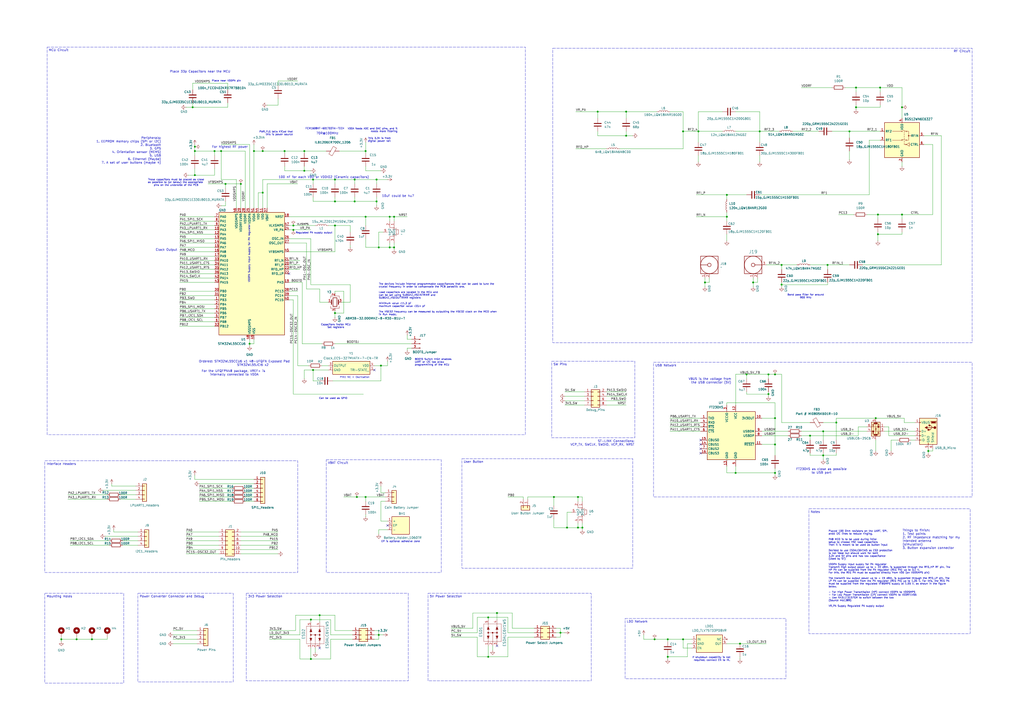
<source format=kicad_sch>
(kicad_sch (version 20231120) (generator "eeschema") (generator_version "8.0")
  (paper "A2")
  (junction (at 176.53 87.63))
  (junction (at 194.31 116.84))
  (junction (at 408.94 163.83))
  (junction (at 426.72 274.32))
  (junction (at 228.6 125.73))
  (junction (at 113.03 85.09))
  (junction (at 181.61 214.63))
  (junction (at 205.74 104.14))
  (junction (at 405.13 76.2))
  (junction (at 288.29 355.6))
  (junction (at 283.21 381))
  (junction (at 170.18 130.81))
  (junction (at 421.64 113.03))
  (junction (at 220.98 212.09))
  (junction (at 523.24 124.46))
  (junction (at 328.93 306.07))
  (junction (at 538.48 261.62))
  (junction (at 194.31 181.61))
  (junction (at 170.18 133.35))
  (junction (at 485.14 245.11))
  (junction (at 449.58 274.32))
  (junction (at 44.45 370.84))
  (junction (at 379.73 370.84))
  (junction (at 449.58 242.57))
  (junction (at 396.24 76.2))
  (junction (at 228.6 143.51))
  (junction (at 111.76 62.23))
  (junction (at 445.77 217.17))
  (junction (at 212.09 288.29))
  (junction (at 387.35 370.84))
  (junction (at 480.06 153.67))
  (junction (at 396.24 370.84))
  (junction (at 226.06 125.73))
  (junction (at 53.34 370.84))
  (junction (at 477.52 250.19))
  (junction (at 219.71 143.51))
  (junction (at 440.69 76.2))
  (junction (at 445.77 228.6))
  (junction (at 387.35 381))
  (junction (at 205.74 116.84))
  (junction (at 124.46 87.63))
  (junction (at 176.53 99.06))
  (junction (at 139.7 106.68))
  (junction (at 207.01 288.29))
  (junction (at 218.44 104.14))
  (junction (at 508 242.57))
  (junction (at 469.9 252.73))
  (junction (at 321.31 288.29))
  (junction (at 346.71 64.77))
  (junction (at 453.39 153.67))
  (junction (at 180.34 359.41))
  (junction (at 194.31 104.14))
  (junction (at 113.03 87.63))
  (junction (at 181.61 104.14))
  (junction (at 212.09 87.63))
  (junction (at 363.22 78.74))
  (junction (at 325.12 367.03))
  (junction (at 523.24 62.23))
  (junction (at 212.09 125.73))
  (junction (at 433.07 217.17))
  (junction (at 130.81 106.68))
  (junction (at 218.44 116.84))
  (junction (at 180.34 382.27))
  (junction (at 492.76 76.2))
  (junction (at 337.82 306.07))
  (junction (at 226.06 143.51))
  (junction (at 449.58 217.17))
  (junction (at 128.27 87.63))
  (junction (at 147.32 87.63))
  (junction (at 429.26 373.38))
  (junction (at 436.88 163.83))
  (junction (at 421.64 125.73))
  (junction (at 449.58 257.81))
  (junction (at 165.1 87.63))
  (junction (at 509.27 124.46))
  (junction (at 152.4 111.76))
  (junction (at 510.54 50.8))
  (junction (at 496.57 50.8))
  (junction (at 144.78 199.39))
  (junction (at 219.71 368.3))
  (junction (at 509.27 135.89))
  (junction (at 185.42 356.87))
  (junction (at 363.22 64.77))
  (junction (at 283.21 358.14))
  (junction (at 152.4 87.63))
  (junction (at 335.28 288.29))
  (junction (at 335.28 306.07))
  (junction (at 453.39 165.1))
  (junction (at 477.52 264.16))
  (junction (at 113.03 101.6))
  (junction (at 35.56 370.84))
  (junction (at 496.57 62.23))
  (junction (at 194.31 130.81))
  (no_connect (at 288.29 374.65))
  (no_connect (at 167.64 158.75))
  (no_connect (at 406.4 255.27))
  (no_connect (at 406.4 260.35))
  (no_connect (at 185.42 375.92))
  (no_connect (at 406.4 262.89))
  (no_connect (at 224.79 304.8))
  (no_connect (at 217.17 214.63))
  (no_connect (at 406.4 257.81))
  (wire (pts (xy 449.58 257.81) (xy 449.58 264.16)))
  (wire (pts (xy 541.02 83.82) (xy 541.02 124.46)))
  (wire (pts (xy 524.51 245.11) (xy 530.86 245.11)))
  (wire (pts (xy 294.64 358.14) (xy 294.64 367.03)))
  (wire (pts (xy 408.94 161.29) (xy 408.94 163.83)))
  (wire (pts (xy 176.53 87.63) (xy 189.23 87.63)))
  (wire (pts (xy 167.64 168.91) (xy 172.72 168.91)))
  (wire (pts (xy 328.93 297.18) (xy 328.93 306.07)))
  (wire (pts (xy 104.14 189.23) (xy 124.46 189.23)))
  (wire (pts (xy 373.38 370.84) (xy 379.73 370.84)))
  (wire (pts (xy 172.72 171.45) (xy 167.64 171.45)))
  (wire (pts (xy 203.2 130.81) (xy 203.2 134.62)))
  (wire (pts (xy 128.27 87.63) (xy 142.24 87.63)))
  (wire (pts (xy 212.09 288.29) (xy 212.09 290.83)))
  (wire (pts (xy 228.6 144.78) (xy 228.6 143.51)))
  (wire (pts (xy 274.32 364.49) (xy 274.32 355.6)))
  (wire (pts (xy 421.64 274.32) (xy 426.72 274.32)))
  (wire (pts (xy 496.57 60.96) (xy 496.57 62.23)))
  (wire (pts (xy 363.22 76.2) (xy 363.22 78.74)))
  (wire (pts (xy 520.7 255.27) (xy 516.89 255.27)))
  (wire (pts (xy 436.88 163.83) (xy 436.88 166.37)))
  (wire (pts (xy 127 311.15) (xy 107.95 311.15)))
  (wire (pts (xy 325.12 367.03) (xy 327.66 367.03)))
  (wire (pts (xy 217.17 368.3) (xy 219.71 368.3)))
  (wire (pts (xy 144.78 199.39) (xy 144.78 200.66)))
  (wire (pts (xy 351.79 232.41) (xy 363.22 232.41)))
  (wire (pts (xy 180.34 359.41) (xy 180.34 360.68)))
  (wire (pts (xy 335.28 303.53) (xy 335.28 306.07)))
  (wire (pts (xy 173.99 359.41) (xy 180.34 359.41)))
  (wire (pts (xy 403.86 113.03) (xy 421.64 113.03)))
  (wire (pts (xy 523.24 62.23) (xy 523.24 50.8)))
  (wire (pts (xy 199.39 168.91) (xy 199.39 181.61)))
  (wire (pts (xy 288.29 355.6) (xy 288.29 359.41)))
  (wire (pts (xy 510.54 81.28) (xy 504.19 81.28)))
  (wire (pts (xy 524.51 242.57) (xy 524.51 245.11)))
  (wire (pts (xy 436.88 161.29) (xy 436.88 163.83)))
  (wire (pts (xy 219.71 365.76) (xy 219.71 368.3)))
  (wire (pts (xy 212.09 298.45) (xy 212.09 299.72)))
  (wire (pts (xy 335.28 288.29) (xy 335.28 290.83)))
  (wire (pts (xy 113.03 83.82) (xy 113.03 85.09)))
  (wire (pts (xy 388.62 242.57) (xy 406.4 242.57)))
  (wire (pts (xy 212.09 143.51) (xy 219.71 143.51)))
  (wire (pts (xy 194.31 168.91) (xy 199.39 168.91)))
  (wire (pts (xy 421.64 123.19) (xy 421.64 125.73)))
  (wire (pts (xy 351.79 227.33) (xy 363.22 227.33)))
  (wire (pts (xy 462.28 153.67) (xy 453.39 153.67)))
  (wire (pts (xy 334.01 86.36) (xy 351.79 86.36)))
  (wire (pts (xy 170.18 130.81) (xy 167.64 130.81)))
  (wire (pts (xy 322.58 367.03) (xy 325.12 367.03)))
  (wire (pts (xy 194.31 104.14) (xy 205.74 104.14)))
  (wire (pts (xy 509.27 124.46) (xy 502.92 124.46)))
  (wire (pts (xy 480.06 153.67) (xy 469.9 153.67)))
  (wire (pts (xy 387.35 370.84) (xy 396.24 370.84)))
  (wire (pts (xy 194.31 116.84) (xy 181.61 116.84)))
  (wire (pts (xy 212.09 87.63) (xy 212.09 88.9)))
  (wire (pts (xy 238.76 199.39) (xy 194.31 199.39)))
  (wire (pts (xy 440.69 76.2) (xy 452.12 76.2)))
  (wire (pts (xy 226.06 125.73) (xy 226.06 128.27)))
  (wire (pts (xy 515.62 252.73) (xy 530.86 252.73)))
  (wire (pts (xy 124.46 168.91) (xy 104.14 168.91)))
  (wire (pts (xy 523.24 93.98) (xy 523.24 96.52)))
  (wire (pts (xy 261.62 369.57) (xy 276.86 369.57)))
  (wire (pts (xy 321.31 300.99) (xy 321.31 306.07)))
  (wire (pts (xy 346.71 64.77) (xy 346.71 68.58)))
  (wire (pts (xy 453.39 165.1) (xy 453.39 166.37)))
  (wire (pts (xy 194.31 114.3) (xy 194.31 116.84)))
  (wire (pts (xy 403.86 125.73) (xy 421.64 125.73)))
  (wire (pts (xy 172.72 171.45) (xy 172.72 212.09)))
  (wire (pts (xy 175.26 163.83) (xy 175.26 199.39)))
  (wire (pts (xy 351.79 229.87) (xy 363.22 229.87)))
  (wire (pts (xy 387.35 381) (xy 387.35 382.27)))
  (wire (pts (xy 283.21 381) (xy 294.64 381)))
  (wire (pts (xy 469.9 252.73) (xy 464.82 252.73)))
  (wire (pts (xy 294.64 367.03) (xy 309.88 367.03)))
  (wire (pts (xy 396.24 64.77) (xy 396.24 76.2)))
  (wire (pts (xy 396.24 86.36) (xy 359.41 86.36)))
  (wire (pts (xy 124.46 143.51) (xy 104.14 143.51)))
  (wire (pts (xy 426.72 217.17) (xy 433.07 217.17)))
  (wire (pts (xy 115.57 280.67) (xy 147.32 280.67)))
  (wire (pts (xy 104.14 130.81) (xy 124.46 130.81)))
  (wire (pts (xy 335.28 288.29) (xy 337.82 288.29)))
  (wire (pts (xy 220.98 212.09) (xy 220.98 220.98)))
  (wire (pts (xy 127 318.77) (xy 107.95 318.77)))
  (wire (pts (xy 130.81 119.38) (xy 128.27 119.38)))
  (wire (pts (xy 236.22 201.93) (xy 236.22 203.2)))
  (wire (pts (xy 433.07 217.17) (xy 445.77 217.17)))
  (wire (pts (xy 502.92 247.65) (xy 497.84 247.65)))
  (wire (pts (xy 220.98 220.98) (xy 193.04 220.98)))
  (wire (pts (xy 109.22 101.6) (xy 113.03 101.6)))
  (wire (pts (xy 346.71 64.77) (xy 363.22 64.77)))
  (wire (pts (xy 327.66 229.87) (xy 339.09 229.87)))
  (wire (pts (xy 104.14 125.73) (xy 124.46 125.73)))
  (wire (pts (xy 388.62 250.19) (xy 406.4 250.19)))
  (wire (pts (xy 480.06 165.1) (xy 453.39 165.1)))
  (wire (pts (xy 469.9 262.89) (xy 469.9 264.16)))
  (wire (pts (xy 167.64 138.43) (xy 180.34 138.43)))
  (wire (pts (xy 523.24 124.46) (xy 509.27 124.46)))
  (wire (pts (xy 453.39 153.67) (xy 444.5 153.67)))
  (wire (pts (xy 104.14 186.69) (xy 124.46 186.69)))
  (wire (pts (xy 546.1 153.67) (xy 500.38 153.67)))
  (wire (pts (xy 485.14 245.11) (xy 485.14 255.27)))
  (wire (pts (xy 297.18 355.6) (xy 297.18 364.49)))
  (wire (pts (xy 224.79 212.09) (xy 220.98 212.09)))
  (wire (pts (xy 429.26 381) (xy 429.26 382.27)))
  (wire (pts (xy 177.8 140.97) (xy 177.8 167.64)))
  (wire (pts (xy 161.29 60.96) (xy 154.94 60.96)))
  (wire (pts (xy 205.74 104.14) (xy 205.74 106.68)))
  (wire (pts (xy 496.57 50.8) (xy 490.22 50.8)))
  (wire (pts (xy 69.85 289.56) (xy 78.74 289.56)))
  (wire (pts (xy 111.76 62.23) (xy 107.95 62.23)))
  (wire (pts (xy 334.01 64.77) (xy 346.71 64.77)))
  (wire (pts (xy 134.62 290.83) (xy 115.57 290.83)))
  (wire (pts (xy 337.82 307.34) (xy 337.82 306.07)))
  (wire (pts (xy 485.14 245.11) (xy 477.52 245.11)))
  (wire (pts (xy 477.52 250.19) (xy 502.92 250.19)))
  (wire (pts (xy 283.21 358.14) (xy 283.21 359.41)))
  (wire (pts (xy 453.39 165.1) (xy 453.39 163.83)))
  (wire (pts (xy 459.74 76.2) (xy 474.98 76.2)))
  (wire (pts (xy 469.9 264.16) (xy 477.52 264.16)))
  (wire (pts (xy 194.31 104.14) (xy 194.31 106.68)))
  (wire (pts (xy 203.2 175.26) (xy 198.12 175.26)))
  (wire (pts (xy 180.34 359.41) (xy 191.77 359.41)))
  (wire (pts (xy 228.6 125.73) (xy 228.6 128.27)))
  (wire (pts (xy 408.94 163.83) (xy 408.94 166.37)))
  (wire (pts (xy 104.14 161.29) (xy 124.46 161.29)))
  (wire (pts (xy 40.64 316.23) (xy 63.5 316.23)))
  (wire (pts (xy 66.04 308.61) (xy 80.01 308.61)))
  (wire (pts (xy 181.61 104.14) (xy 181.61 106.68)))
  (wire (pts (xy 147.32 199.39) (xy 144.78 199.39)))
  (wire (pts (xy 477.52 262.89) (xy 477.52 264.16)))
  (wire (pts (xy 53.34 370.84) (xy 44.45 370.84)))
  (wire (pts (xy 218.44 119.38) (xy 218.44 116.84)))
  (wire (pts (xy 182.88 375.92) (xy 182.88 378.46)))
  (wire (pts (xy 509.27 135.89) (xy 509.27 139.7)))
  (wire (pts (xy 321.31 288.29) (xy 321.31 293.37)))
  (wire (pts (xy 124.46 179.07) (xy 104.14 179.07)))
  (wire (pts (xy 161.29 49.53) (xy 161.29 46.99)))
  (wire (pts (xy 130.81 109.22) (xy 130.81 106.68)))
  (wire (pts (xy 147.32 290.83) (xy 142.24 290.83)))
  (wire (pts (xy 224.79 307.34) (xy 219.71 307.34)))
  (wire (pts (xy 477.52 250.19) (xy 464.82 250.19)))
  (wire (pts (xy 149.86 111.76) (xy 149.86 120.65)))
  (wire (pts (xy 449.58 274.32) (xy 449.58 271.78)))
  (wire (pts (xy 104.14 128.27) (xy 124.46 128.27)))
  (wire (pts (xy 100.33 368.3) (xy 114.3 368.3)))
  (wire (pts (xy 132.08 62.23) (xy 111.76 62.23)))
  (wire (pts (xy 236.22 125.73) (xy 228.6 125.73)))
  (wire (pts (xy 181.61 114.3) (xy 181.61 116.84)))
  (wire (pts (xy 176.53 87.63) (xy 165.1 87.63)))
  (wire (pts (xy 154.94 106.68) (xy 172.72 106.68)))
  (wire (pts (xy 127 313.69) (xy 107.95 313.69)))
  (wire (pts (xy 218.44 116.84) (xy 218.44 114.3)))
  (wire (pts (xy 331.47 297.18) (xy 328.93 297.18)))
  (wire (pts (xy 104.14 181.61) (xy 124.46 181.61)))
  (wire (pts (xy 175.26 163.83) (xy 167.64 163.83)))
  (wire (pts (xy 71.12 313.69) (xy 80.01 313.69)))
  (wire (pts (xy 139.7 308.61) (xy 161.29 308.61)))
  (wire (pts (xy 508 242.57) (xy 524.51 242.57)))
  (wire (pts (xy 220.98 212.09) (xy 217.17 212.09)))
  (wire (pts (xy 346.71 78.74) (xy 363.22 78.74)))
  (wire (pts (xy 190.5 175.26) (xy 185.42 175.26)))
  (wire (pts (xy 398.78 381) (xy 387.35 381)))
  (wire (pts (xy 337.82 303.53) (xy 337.82 306.07)))
  (wire (pts (xy 71.12 316.23) (xy 80.01 316.23)))
  (wire (pts (xy 411.48 163.83) (xy 408.94 163.83)))
  (wire (pts (xy 288.29 355.6) (xy 297.18 355.6)))
  (wire (pts (xy 104.14 153.67) (xy 124.46 153.67)))
  (wire (pts (xy 508 255.27) (xy 508 261.62)))
  (wire (pts (xy 440.69 76.2) (xy 426.72 76.2)))
  (wire (pts (xy 113.03 97.79) (xy 113.03 101.6)))
  (wire (pts (xy 480.06 163.83) (xy 480.06 165.1)))
  (wire (pts (xy 405.13 64.77) (xy 405.13 76.2)))
  (wire (pts (xy 238.76 196.85) (xy 236.22 196.85)))
  (wire (pts (xy 100.33 365.76) (xy 114.3 365.76)))
  (wire (pts (xy 433.07 227.33) (xy 433.07 228.6)))
  (wire (pts (xy 212.09 288.29) (xy 223.52 288.29)))
  (wire (pts (xy 325.12 369.57) (xy 325.12 367.03)))
  (wire (pts (xy 35.56 370.84) (xy 35.56 372.11)))
  (wire (pts (xy 219.71 307.34) (xy 219.71 309.88)))
  (wire (pts (xy 328.93 306.07) (xy 335.28 306.07)))
  (wire (pts (xy 226.06 140.97) (xy 226.06 143.51)))
  (wire (pts (xy 147.32 283.21) (xy 142.24 283.21)))
  (wire (pts (xy 276.86 367.03) (xy 276.86 358.14)))
  (wire (pts (xy 185.42 356.87) (xy 185.42 360.68)))
  (wire (pts (xy 199.39 181.61) (xy 194.31 181.61)))
  (wire (pts (xy 510.54 60.96) (xy 510.54 62.23)))
  (wire (pts (xy 176.53 99.06) (xy 165.1 99.06)))
  (wire (pts (xy 421.64 270.51) (xy 421.64 274.32)))
  (wire (pts (xy 128.27 104.14) (xy 128.27 87.63)))
  (wire (pts (xy 485.14 264.16) (xy 477.52 264.16)))
  (wire (pts (xy 64.77 281.94) (xy 78.74 281.94)))
  (wire (pts (xy 480.06 153.67) (xy 480.06 156.21)))
  (wire (pts (xy 226.06 125.73) (xy 212.09 125.73)))
  (wire (pts (xy 104.14 140.97) (xy 124.46 140.97)))
  (wire (pts (xy 113.03 278.13) (xy 147.32 278.13)))
  (wire (pts (xy 228.6 125.73) (xy 226.06 125.73)))
  (wire (pts (xy 523.24 134.62) (xy 523.24 135.89)))
  (wire (pts (xy 321.31 306.07) (xy 328.93 306.07)))
  (wire (pts (xy 104.14 151.13) (xy 124.46 151.13)))
  (wire (pts (xy 496.57 62.23) (xy 496.57 63.5)))
  (wire (pts (xy 429.26 373.38) (xy 444.5 373.38)))
  (wire (pts (xy 194.31 356.87) (xy 194.31 365.76)))
  (wire (pts (xy 139.7 106.68) (xy 139.7 120.65)))
  (wire (pts (xy 388.62 64.77) (xy 396.24 64.77)))
  (wire (pts (xy 504.19 81.28) (xy 504.19 113.03)))
  (wire (pts (xy 185.42 356.87) (xy 194.31 356.87)))
  (wire (pts (xy 453.39 245.11) (xy 453.39 217.17)))
  (wire (pts (xy 396.24 370.84) (xy 401.32 370.84)))
  (wire (pts (xy 226.06 143.51) (xy 228.6 143.51)))
  (wire (pts (xy 154.94 120.65) (xy 154.94 106.68)))
  (wire (pts (xy 535.94 78.74) (xy 546.1 78.74)))
  (wire (pts (xy 325.12 364.49) (xy 325.12 367.03)))
  (wire (pts (xy 445.77 227.33) (xy 445.77 228.6)))
  (wire (pts (xy 107.95 321.31) (xy 127 321.31)))
  (wire (pts (xy 335.28 306.07) (xy 337.82 306.07)))
  (wire (pts (xy 167.64 153.67) (xy 173.99 153.67)))
  (wire (pts (xy 515.62 247.65) (xy 515.62 252.73)))
  (wire (pts (xy 509.27 134.62) (xy 509.27 135.89)))
  (wire (pts (xy 139.7 318.77) (xy 161.29 318.77)))
  (wire (pts (xy 276.86 381) (xy 283.21 381)))
  (wire (pts (xy 449.58 242.57) (xy 449.58 257.81)))
  (wire (pts (xy 173.99 370.84) (xy 173.99 382.27)))
  (wire (pts (xy 421.64 233.68) (xy 449.58 233.68)))
  (wire (pts (xy 510.54 76.2) (xy 492.76 76.2)))
  (wire (pts (xy 426.72 234.95) (xy 426.72 217.17)))
  (wire (pts (xy 165.1 87.63) (xy 165.1 88.9)))
  (wire (pts (xy 171.45 365.76) (xy 171.45 356.87)))
  (wire (pts (xy 113.03 101.6) (xy 124.46 101.6)))
  (wire (pts (xy 212.09 125.73) (xy 212.09 130.81)))
  (wire (pts (xy 523.24 124.46) (xy 523.24 127)))
  (wire (pts (xy 441.96 242.57) (xy 449.58 242.57)))
  (wire (pts (xy 156.21 365.76) (xy 171.45 365.76)))
  (wire (pts (xy 44.45 369.57) (xy 44.45 370.84)))
  (wire (pts (xy 194.31 116.84) (xy 205.74 116.84)))
  (wire (pts (xy 40.64 313.69) (xy 63.5 313.69)))
  (wire (pts (xy 167.64 156.21) (xy 173.99 156.21)))
  (wire (pts (xy 469.9 252.73) (xy 469.9 255.27)))
  (wire (pts (xy 104.14 146.05) (xy 124.46 146.05)))
  (wire (pts (xy 218.44 104.14) (xy 205.74 104.14)))
  (wire (pts (xy 449.58 233.68) (xy 449.58 242.57)))
  (wire (pts (xy 546.1 78.74) (xy 546.1 153.67)))
  (wire (pts (xy 35.56 369.57) (xy 35.56 370.84)))
  (wire (pts (xy 276.86 369.57) (xy 276.86 381)))
  (wire (pts (xy 181.61 214.63) (xy 181.61 220.98)))
  (wire (pts (xy 190.5 214.63) (xy 181.61 214.63)))
  (wire (pts (xy 152.4 111.76) (xy 152.4 120.65)))
  (wire (pts (xy 535.94 83.82) (xy 541.02 83.82)))
  (wire (pts (xy 497.84 252.73) (xy 469.9 252.73)))
  (wire (pts (xy 218.44 104.14) (xy 224.79 104.14)))
  (wire (pts (xy 510.54 50.8) (xy 496.57 50.8)))
  (wire (pts (xy 161.29 46.99) (xy 172.72 46.99)))
  (wire (pts (xy 297.18 364.49) (xy 309.88 364.49)))
  (wire (pts (xy 111.76 48.26) (xy 132.08 48.26)))
  (wire (pts (xy 137.16 120.65) (xy 137.16 104.14)))
  (wire (pts (xy 441.96 250.19) (xy 457.2 250.19)))
  (wire (pts (xy 170.18 173.99) (xy 167.64 173.99)))
  (wire (pts (xy 132.08 48.26) (xy 132.08 52.07)))
  (wire (pts (xy 411.48 161.29) (xy 411.48 163.83)))
  (wire (pts (xy 113.03 278.13) (xy 113.03 275.59)))
  (wire (pts (xy 482.6 76.2) (xy 492.76 76.2)))
  (wire (pts (xy 523.24 50.8) (xy 510.54 50.8)))
  (wire (pts (xy 100.33 373.38) (xy 114.3 373.38)))
  (wire (pts (xy 191.77 382.27) (xy 191.77 370.84)))
  (wire (pts (xy 104.14 173.99) (xy 124.46 173.99)))
  (wire (pts (xy 104.14 184.15) (xy 124.46 184.15)))
  (wire (pts (xy 194.31 181.61) (xy 194.31 180.34)))
  (wire (pts (xy 283.21 374.65) (xy 283.21 381)))
  (wire (pts (xy 453.39 217.17) (xy 449.58 217.17)))
  (wire (pts (xy 113.03 85.09) (xy 113.03 87.63)))
  (wire (pts (xy 327.66 227.33) (xy 339.09 227.33)))
  (wire (pts (xy 439.42 161.29) (xy 439.42 163.83)))
  (wire (pts (xy 176.53 99.06) (xy 180.34 99.06)))
  (wire (pts (xy 124.46 101.6) (xy 124.46 97.79)))
  (wire (pts (xy 100.33 370.84) (xy 114.3 370.84)))
  (wire (pts (xy 134.62 288.29) (xy 115.57 288.29)))
  (wire (pts (xy 130.81 106.68) (xy 139.7 106.68)))
  (wire (pts (xy 152.4 104.14) (xy 181.61 104.14)))
  (wire (pts (xy 294.64 288.29) (xy 303.53 288.29)))
  (wire (pts (xy 60.96 311.15) (xy 80.01 311.15)))
  (wire (pts (xy 62.23 370.84) (xy 53.34 370.84)))
  (wire (pts (xy 445.77 228.6) (xy 433.07 228.6)))
  (wire (pts (xy 492.76 87.63) (xy 492.76 92.71)))
  (wire (pts (xy 283.21 358.14) (xy 294.64 358.14)))
  (wire (pts (xy 388.62 245.11) (xy 406.4 245.11)))
  (wire (pts (xy 113.03 90.17) (xy 113.03 87.63)))
  (wire (pts (xy 207.01 288.29) (xy 212.09 288.29)))
  (wire (pts (xy 363.22 78.74) (xy 367.03 78.74)))
  (wire (pts (xy 127 308.61) (xy 107.95 308.61)))
  (wire (pts (xy 142.24 87.63) (xy 142.24 120.65)))
  (wire (pts (xy 321.31 288.29) (xy 335.28 288.29)))
  (wire (pts (xy 124.46 135.89) (xy 104.14 135.89)))
  (wire (pts (xy 220.98 99.06) (xy 212.09 99.06)))
  (wire (pts (xy 124.46 176.53) (xy 104.14 176.53)))
  (wire (pts (xy 504.19 113.03) (xy 440.69 113.03)))
  (wire (pts (xy 322.58 364.49) (xy 325.12 364.49)))
  (wire (pts (xy 449.58 274.32) (xy 449.58 275.59)))
  (wire (pts (xy 127 316.23) (xy 107.95 316.23)))
  (wire (pts (xy 173.99 382.27) (xy 180.34 382.27)))
  (wire (pts (xy 510.54 50.8) (xy 510.54 53.34)))
  (wire (pts (xy 134.62 285.75) (xy 115.57 285.75)))
  (wire (pts (xy 190.5 212.09) (xy 186.69 212.09)))
  (wire (pts (xy 373.38 368.3) (xy 373.38 370.84)))
  (wire (pts (xy 128.27 83.82) (xy 144.78 83.82)))
  (wire (pts (xy 419.1 64.77) (xy 405.13 64.77)))
  (wire (pts (xy 170.18 133.35) (xy 180.34 133.35)))
  (wire (pts (xy 147.32 196.85) (xy 147.32 199.39)))
  (wire (pts (xy 124.46 138.43) (xy 104.14 138.43)))
  (wire (pts (xy 194.31 181.61) (xy 194.31 184.15)))
  (wire (pts (xy 401.32 373.38) (xy 398.78 373.38)))
  (wire (pts (xy 509.27 124.46) (xy 509.27 127)))
  (wire (pts (xy 203.2 142.24) (xy 203.2 143.51)))
  (wire (pts (xy 426.72 270.51) (xy 426.72 274.32)))
  (wire (pts (xy 137.16 104.14) (xy 128.27 104.14)))
  (wire (pts (xy 220.98 302.26) (xy 224.79 302.26)))
  (wire (pts (xy 421.64 234.95) (xy 421.64 233.68)))
  (wire (pts (xy 228.6 140.97) (xy 228.6 143.51)))
  (wire (pts (xy 139.7 311.15) (xy 161.29 311.15)))
  (wire (pts (xy 541.02 260.35) (xy 541.02 261.62)))
  (wire (pts (xy 176.53 88.9) (xy 176.53 87.63)))
  (wire (pts (xy 176.53 214.63) (xy 181.61 214.63)))
  (wire (pts (xy 439.42 163.83) (xy 436.88 163.83)))
  (wire (pts (xy 147.32 87.63) (xy 147.32 83.82)))
  (wire (pts (xy 492.76 76.2) (xy 492.76 80.01)))
  (wire (pts (xy 176.53 219.71) (xy 176.53 214.63)))
  (wire (pts (xy 405.13 90.17) (xy 405.13 93.98)))
  (wire (pts (xy 185.42 167.64) (xy 177.8 167.64)))
  (wire (pts (xy 223.52 290.83) (xy 220.98 290.83)))
  (wire (pts (xy 541.02 261.62) (xy 538.48 261.62)))
  (wire (pts (xy 113.03 87.63) (xy 124.46 87.63)))
  (wire (pts (xy 294.64 369.57) (xy 309.88 369.57)))
  (wire (pts (xy 261.62 364.49) (xy 274.32 364.49)))
  (wire (pts (xy 44.45 370.84) (xy 35.56 370.84)))
  (wire (pts (xy 212.09 99.06) (xy 212.09 96.52)))
  (wire (pts (xy 523.24 124.46) (xy 541.02 124.46)))
  (wire (pts (xy 453.39 153.67) (xy 453.39 156.21)))
  (wire (pts (xy 191.77 359.41) (xy 191.77 368.3)))
  (wire (pts (xy 199.39 288.29) (xy 207.01 288.29)))
  (wire (pts (xy 194.31 130.81) (xy 203.2 130.81)))
  (wire (pts (xy 124.46 171.45) (xy 104.14 171.45)))
  (wire (pts (xy 497.84 247.65) (xy 497.84 252.73)))
  (wire (pts (xy 181.61 104.14) (xy 194.31 104.14)))
  (wire (pts (xy 528.32 255.27) (xy 530.86 255.27)))
  (wire (pts (xy 62.23 369.57) (xy 62.23 370.84)))
  (wire (pts (xy 222.25 134.62) (xy 219.71 134.62)))
  (wire (pts (xy 238.76 201.93) (xy 236.22 201.93)))
  (wire (pts (xy 421.64 125.73) (xy 421.64 128.27)))
  (wire (pts (xy 217.17 365.76) (xy 219.71 365.76)))
  (wire (pts (xy 124.46 90.17) (xy 124.46 87.63)))
  (wire (pts (xy 510.54 62.23) (xy 496.57 62.23)))
  (wire (pts (xy 492.76 153.67) (xy 480.06 153.67)))
  (wire (pts (xy 39.37 287.02) (xy 62.23 287.02)))
  (wire (pts (xy 180.34 375.92) (xy 180.34 382.27)))
  (wire (pts (xy 124.46 148.59) (xy 104.14 148.59)))
  (wire (pts (xy 170.18 228.6) (xy 210.82 228.6)))
  (wire (pts (xy 176.53 96.52) (xy 176.53 99.06)))
  (wire (pts (xy 66.04 308.61) (xy 66.04 307.34)))
  (wire (pts (xy 513.08 247.65) (xy 515.62 247.65)))
  (wire (pts (xy 220.98 285.75) (xy 223.52 285.75)))
  (wire (pts (xy 180.34 138.43) (xy 180.34 165.1)))
  (wire (pts (xy 496.57 50.8) (xy 496.57 53.34)))
  (wire (pts (xy 276.86 358.14) (xy 283.21 358.14)))
  (wire (pts (xy 69.85 287.02) (xy 78.74 287.02)))
  (wire (pts (xy 485.14 245.11) (xy 485.14 242.57)))
  (wire (pts (xy 185.42 167.64) (xy 185.42 175.26)))
  (wire (pts (xy 165.1 99.06) (xy 165.1 96.52)))
  (wire (pts (xy 396.24 76.2) (xy 405.13 76.2)))
  (wire (pts (xy 220.98 285.75) (xy 220.98 281.94)))
  (wire (pts (xy 104.14 133.35) (xy 124.46 133.35)))
  (wire (pts (xy 379.73 370.84) (xy 387.35 370.84)))
  (wire (pts (xy 53.34 369.57) (xy 53.34 370.84)))
  (wire (pts (xy 219.71 370.84) (xy 219.71 368.3)))
  (wire (pts (xy 224.79 209.55) (xy 224.79 212.09)))
  (wire (pts (xy 327.66 234.95) (xy 339.09 234.95)))
  (wire (pts (xy 469.9 245.11) (xy 453.39 245.11)))
  (wire (pts (xy 464.82 50.8) (xy 482.6 50.8)))
  (wire (pts (xy 196.85 87.63) (xy 212.09 87.63)))
  (wire (pts (xy 134.62 283.21) (xy 115.57 283.21)))
  (wire (pts (xy 167.64 146.05) (xy 194.31 146.05)))
  (wire (pts (xy 486.41 124.46) (xy 495.3 124.46)))
  (wire (pts (xy 180.34 165.1) (xy 203.2 165.1)))
  (wire (pts (xy 167.64 140.97) (xy 177.8 140.97)))
  (wire (pts (xy 144.78 196.85) (xy 144.78 199.39)))
  (wire (pts (xy 130.81 116.84) (xy 130.81 119.38)))
  (wire (pts (xy 120.65 106.68) (xy 130.81 106.68)))
  (wire (pts (xy 111.76 48.26) (xy 111.76 52.07)))
  (wire (pts (xy 440.69 82.55) (xy 440.69 76.2)))
  (wire (pts (xy 523.24 135.89) (xy 509.27 135.89)))
  (wire (pts (xy 236.22 194.31) (xy 236.22 196.85)))
  (wire (pts (xy 477.52 264.16) (xy 477.52 266.7)))
  (wire (pts (xy 337.82 288.29) (xy 337.82 290.83)))
  (wire (pts (xy 190.5 130.81) (xy 194.31 130.81)))
  (wire (pts (xy 194.31 170.18) (xy 194.31 168.91)))
  (wire (pts (xy 205.74 114.3) (xy 205.74 116.84)))
  (wire (pts (xy 147.32 87.63) (xy 147.32 120.65)))
  (wire (pts (xy 182.88 130.81) (xy 170.18 130.81)))
  (wire (pts (xy 144.78 83.82) (xy 144.78 120.65)))
  (wire (pts (xy 219.71 143.51) (xy 226.06 143.51)))
  (wire (pts (xy 433.07 113.03) (xy 421.64 113.03)))
  (wire (pts (xy 485.14 242.57) (xy 508 242.57)))
  (wire (pts (xy 220.98 290.83) (xy 220.98 302.26)))
  (wire (pts (xy 167.64 151.13) (xy 173.99 151.13)))
  (wire (pts (xy 396.24 76.2) (xy 396.24 86.36)))
  (wire (pts (xy 421.64 113.03) (xy 421.64 115.57)))
  (wire (pts (xy 132.08 59.69) (xy 132.08 62.23)))
  (wire (pts (xy 477.52 250.19) (xy 477.52 255.27)))
  (wire (pts (xy 156.21 368.3) (xy 173.99 368.3)))
  (wire (pts (xy 261.62 367.03) (xy 276.86 367.03)))
  (wire (pts (xy 426.72 274.32) (xy 449.58 274.32)))
  (wire (pts (xy 170.18 173.99) (xy 170.18 228.6)))
  (wire (pts (xy 346.71 76.2) (xy 346.71 78.74)))
  (wire (pts (xy 441.96 252.73) (xy 457.2 252.73)))
  (wire (pts (xy 171.45 356.87) (xy 185.42 356.87)))
  (wire (pts (xy 124.46 87.63) (xy 128.27 87.63)))
  (wire (pts (xy 139.7 313.69) (xy 161.29 313.69)))
  (wire (pts (xy 219.71 134.62) (xy 219.71 143.51)))
  (wire (pts (xy 175.26 199.39) (xy 186.69 199.39)))
  (wire (pts (xy 191.77 370.84) (xy 204.47 370.84)))
  (wire (pts (xy 421.64 135.89) (xy 421.64 139.7)))
  (wire (pts (xy 351.79 234.95) (xy 363.22 234.95)))
  (wire (pts (xy 294.64 381) (xy 294.64 369.57)))
  (wire (pts (xy 217.17 370.84) (xy 219.71 370.84)))
  (wire (pts (xy 449.58 257.81) (xy 441.96 257.81)))
  (wire (pts (xy 516.89 255.27) (xy 516.89 261.62)))
  (wire (pts (xy 322.58 369.57) (xy 325.12 369.57)))
  (wire (pts (xy 147.32 288.29) (xy 142.24 288.29)))
  (wire (pts (xy 59.69 284.48) (xy 78.74 284.48)))
  (wire (pts (xy 513.08 250.19) (xy 530.86 250.19)))
  (wire (pts (xy 39.37 289.56) (xy 62.23 289.56)))
  (wire (pts (xy 303.53 289.56) (xy 303.53 288.29)))
  (wire (pts (xy 212.09 82.55) (xy 212.09 87.63)))
  (wire (pts (xy 156.21 370.84) (xy 173.99 370.84)))
  (wire (pts (xy 363.22 64.77) (xy 381 64.77)))
  (wire (pts (xy 152.4 104.14) (xy 152.4 111.76)))
  (wire (pts (xy 445.77 217.17) (xy 445.77 219.71)))
  (wire (pts (xy 440.69 90.17) (xy 440.69 93.98)))
  (wire (pts (xy 274.32 355.6) (xy 288.29 355.6)))
  (wire (pts (xy 194.31 365.76) (xy 204.47 365.76)))
  (wire (pts (xy 104.14 156.21) (xy 124.46 156.21)))
  (wire (pts (xy 388.62 247.65) (xy 406.4 247.65)))
  (wire (pts (xy 523.24 68.58) (xy 523.24 62.23)))
  (wire (pts (xy 306.07 288.29) (xy 321.31 288.29)))
  (wire (pts (xy 485.14 262.89) (xy 485.14 264.16)))
  (wire (pts (xy 64.77 281.94) (xy 64.77 280.67)))
  (wire (pts (xy 538.48 260.35) (xy 538.48 261.62)))
  (wire (pts (xy 152.4 87.63) (xy 147.32 87.63)))
  (wire (pts (xy 433.07 217.17) (xy 433.07 219.71)))
  (wire (pts (xy 181.61 220.98) (xy 185.42 220.98)))
  (wire (pts (xy 405.13 76.2) (xy 419.1 76.2)))
  (wire (pts (xy 152.4 111.76) (xy 149.86 111.76)))
  (wire (pts (xy 194.31 130.81) (xy 194.31 146.05)))
  (wire (pts (xy 306.07 288.29) (xy 306.07 289.56)))
  (wire (pts (xy 139.7 321.31) (xy 161.29 321.31)))
  (wire (pts (xy 285.75 374.65) (xy 285.75 377.19)))
  (wire (pts (xy 167.64 133.35) (xy 170.18 133.35)))
  (wire (pts (xy 161.29 57.15) (xy 161.29 60.96)))
  (wire (pts (xy 421.64 373.38) (xy 429.26 373.38)))
  (wire (pts (xy 398.78 373.38) (xy 398.78 381)))
  (wire (pts (xy 327.66 232.41) (xy 339.09 232.41)))
  (wire (pts (xy 111.76 59.69) (xy 111.76 62.23)))
  (wire (pts (xy 387.35 379.73) (xy 387.35 381)))
  (wire (pts (xy 172.72 212.09) (xy 179.07 212.09)))
  (wire (pts (xy 104.14 158.75) (xy 124.46 158.75)))
  (wire (pts (xy 405.13 76.2) (xy 405.13 82.55)))
  (wire (pts (xy 147.32 285.75) (xy 142.24 285.75)))
  (wire (pts (xy 538.48 261.62) (xy 538.48 262.89)))
  (wire (pts (xy 218.44 104.14) (xy 218.44 106.68)))
  (wire (pts (xy 203.2 165.1) (xy 203.2 175.26)))
  (wire (pts (xy 173.99 368.3) (xy 173.99 359.41)))
  (wire (pts (xy 180.34 382.27) (xy 191.77 382.27)))
  (wire (pts (xy 449.58 217.17) (xy 445.77 217.17)))
  (wire (pts (xy 401.32 375.92) (xy 396.24 375.92)))
  (wire (pts (xy 139.7 316.23) (xy 161.29 316.23)))
  (wire (pts (xy 219.71 368.3) (xy 222.25 368.3)))
  (wire (pts (xy 396.24 375.92) (xy 396.24 370.84)))
  (wire (pts (xy 363.22 64.77) (xy 363.22 68.58)))
  (wire (pts (xy 218.44 116.84) (xy 205.74 116.84)))
  (wire (pts (xy 445.77 228.6) (xy 445.77 229.87)))
  (wire (pts (xy 167.64 125.73) (xy 212.09 125.73)))
  (wire (pts (xy 212.09 138.43) (xy 212.09 143.51)))
  (wire (pts (xy 387.35 370.84) (xy 387.35 372.11)))
  (wire (pts (xy 440.69 64.77) (xy 440.69 76.2)))
  (wire (pts (xy 104.14 163.83) (xy 124.46 163.83)))
  (wire (pts (xy 426.72 64.77) (xy 440.69 64.77)))
  (wire (pts (xy 152.4 87.63) (xy 165.1 87.63)))
  (wire (pts (xy 191.77 368.3) (xy 204.47 368.3)))
  (text_box "LDO Network" (at 362.585 358.775 0) (size 93.345 34.925) (stroke (width 0) (type dash)) (effects (font (size 1.27 1.27)) (justify left top)))
  (text_box "VBAT Circuit" (at 189.23 266.7 0) (size 66.675 65.405) (stroke (width 0) (type dash)) (effects (font (size 1.27 1.27)) (justify left top)))
  (text_box "SW Pins" (at 320.04 209.55 0) (size 48.26 44.45) (stroke (width 0) (type dash)) (effects (font (size 1.27 1.27)) (justify left top)))
  (text_box "Interface Headers" (at 26.035 267.335 0) (size 146.685 64.77) (stroke (width 0) (type dash)) (effects (font (size 1.27 1.27)) (justify left top)))
  (text_box "RF Circuit" (at 320.675 27.94 0) (size 243.205 170.815) (stroke (width 0) (type dash)) (effects (font (size 1.27 1.27)) (justify right top)))
  (text_box "3V3 Power Selection" (at 142.875 344.17 0) (size 93.98 50.8) (stroke (width 0) (type dash)) (effects (font (size 1.27 1.27)) (justify left top)))
  (text_box "USB Network" (at 379.095 210.185 0) (size 184.785 78.105) (stroke (width 0) (type dash)) (effects (font (size 1.27 1.27)) (justify left top)))
  (text_box "Power Converter Connector and Debug\n\n" (at 80.01 344.17 0) (size 55.245 51.435) (stroke (width 0) (type dash)) (effects (font (size 1.27 1.27)) (justify left top)))
  (text_box "Notes" (at 469.265 295.148 0) (size 93.472 72.39) (stroke (width 0) (type dash)) (effects (font (size 1.27 1.27)) (justify left top)))
  (text_box "5V Power Selection" (at 248.285 344.17 0) (size 94.615 50.8) (stroke (width 0) (type dash)) (effects (font (size 1.27 1.27)) (justify left top)))
  (text_box "Mounting Holes" (at 26.035 344.17 0) (size 45.72 52.07) (stroke (width 0) (type dash)) (effects (font (size 1.27 1.27)) (justify left top)))
  (text_box "MCU Circuit" (at 27.305 27.305 0) (size 277.495 224.79) (stroke (width 0) (type dash)) (effects (font (size 1.27 1.27)) (justify left top)))
  (text_box "User Button" (at 267.97 266.065 0) (size 99.06 63.5) (stroke (width 0) (type dash)) (effects (font (size 1.27 1.27)) (justify left top)))
  (text "Ordered: STM32WL55CCU6 x1 48-UFQFN Exposed Pad\n		STM32WL55JCI6 x2" (at 141.732 210.82 0) (effects (font (size 1.27 1.27))))
  (text "For highest RF power" (at 133.35 85.344 0) (effects (font (size 1.27 1.27))))
  (text "70R@100MHz\n" (at 183.388 78.232 0) (effects (font (size 1.27 1.27)) (justify left bottom)))
  (text "The devices include internal programmable capacitances that can be used to tune the\ncrystal frequency in order to compensate the PCB parasitic one.\n\nLoad capacitors are located in the MCU and\ncan be set using SUBGHZ_HSEINTRIMR and\nSUBGHZ_HSEOUTTRIMR registers\n\nminimum value ~11.3 pF\nmaximum capacitor value ~33.4 pF\n\nThe HSE32 frequency can be measured by outputting the HSE32 clock on the MCO when\nin Run mode." (at 219.71 173.736 0) (effects (font (size 1 1)) (justify left)))
  (text "PWR_FLG tells KiCad that\nthis is power source" (at 169.926 78.74 0) (effects (font (size 1 1)) (justify right bottom)))
  (text "Place 33p Capacitors near the MCU" (at 116.078 41.656 0) (effects (font (size 1.27 1.27))))
  (text "Can be used as GPIO" (at 193.294 231.14 0) (effects (font (size 1 1))))
  (text "10uF could be 4u7" (at 230.886 113.792 0) (effects (font (size 1.27 1.27))))
  (text "Band pass filter for around\n900 MHz" (at 467.36 171.958 0) (effects (font (size 1 1))))
  (text "PIN1 NC = Oscillation" (at 214.376 218.948 0) (effects (font (size 1 1) (thickness 0.125)) (justify right)))
  (text "Clock Output" (at 96.52 145.034 0) (effects (font (size 1.27 1.27))))
  (text "If shutdown capability is not \nrequired, connect EN to IN." (at 413.004 382.27 0) (effects (font (size 1 1))))
  (text "EP is optional adhesive zone" (at 232.41 314.198 0) (effects (font (size 1 1))))
  (text "VDDA feeds ADC and DAC pins, and it\nneeds more filtering" (at 230.632 76.962 0) (effects (font (size 1 1)) (justify right bottom)))
  (text "These capacitors must be placed as close\nas possible to (or below) the appropriate \npins on the underside of the PCB" (at 102.108 105.918 0) (effects (font (size 1 1))))
  (text "STM32MP157FAD1 2x\nSTM32WB55CGU6 2x\nSTM32WB5MMGH6TR\nSTM32MP135DAF7\nSTM32H7S7L8H6H\n\nSTSPIN958TR\nSTM32H7S3I8T6\nLSM6DSV16XTR\nISM330BXTR\nSTM32WL55CCU6\nSTM32WL55JCI6 2x" (at -11.176 23.876 0) (effects (font (size 1 1))))
  (text "ST-LINK Connections:\nVCP_TX, SWCLK, SWDIO, VCP_RX, NRST" (at 368.046 258.826 0) (effects (font (size 1.27 1.27)) (justify right bottom)))
  (text "Placed 100 Ohm resistors on the UART, SPI,\nandd I2C lines to reduce ringing.\n\nPA8 MCO is to be used during intial\nsetup to choose HSE load capacitors\nThen it is meant to be used as button input\n\nDecided to use ESDALC6V1W5 as ESD protection\nIs not ideal but should work for both\n3.3V and 5V pins and has low capacitance\n(Used by ST)\n\nVDDPA Supply Input supply for PA regulator\nTransmit high output power up to + 22 dBm, is supported through the RFO_HP RF pin. The\nHP PA can be supplied from the PA regulator (REG PA) up to 3.1 V.\nFor this, the REG PA must be supplied directly from VDD (on VDDSMPS pin)\n\nThe transmit low output power up to + 15 dBm, is supported through the RFO_LP pin. The\nLP PA can be supplied from the PA regulator (REG PA) up to 1.35 V. For this, the REG PA\nmust be supplied from the regulated VFBSMPS supply at 1.55 V, as shown in the figure\nbelow.\n\n- For High Power Transmission (HP) connect VDDPA to VDDSMPS\n- For Low Power Transmission (LP) connect VDDPA to VDDRF1V55\n- Use NX3L1T3157GM to switch between the two\n(Source mb1389)\n\nVR_PA Supply Regulated PA supply output" (at 480.568 329.946 0) (effects (font (size 1 1)) (justify left)))
  (text "VBUS is the voltage from\nthe USB connector (5V)" (at 424.18 222.758 0) (effects (font (size 1.27 1.27)) (justify right bottom)))
  (text "100 nF for each VDD or VDDIO2 (Ceramic capacitors)" (at 214.122 103.632 0) (effects (font (size 1.27 1.27)) (justify right bottom)))
  (text "Regulated PA supply output" (at 182.118 135.128 0) (effects (font (size 1 1))))
  (text "FT230XS as close as possible\nto USB port" (at 476.504 273.304 0) (effects (font (size 1.27 1.27))))
  (text "For the UFQFPN48 package, VREF+ is \ninternally connected to VDDA" (at 135.89 216.408 0) (effects (font (size 1.27 1.27))))
  (text "FCM1608KF-601T03TAI-TECH" (at 188.468 74.676 0) (effects (font (size 1 1))))
  (text "This 3.3V is from \ndigital power rail" (at 213.36 82.55 0) (effects (font (size 1 1)) (justify left bottom)))
  (text "Peripherals:\n1. EEPROM memory chips (SPI or I2C)\n2. Bluetooth\n3. GPS\n4. Orientation sensor (MEMS)\n5. USB\n6. Ethernet (Maybe)\n7. A set of user buttons (maybe 4)" (at 93.472 95.25 0) (effects (font (size 1.27 1.27)) (justify right bottom)))
  (text "Place near VDDPA pin" (at 131.318 46.99 0) (effects (font (size 1 1))))
  (text "BOOT0 Switch HIGH enables \nUART or I2C too allow\nprogramminng of the MCU" (at 240.538 212.344 0) (effects (font (size 1 1)) (justify left bottom)))
  (text "Capacitors inside MCU\nSet registers" (at 194.818 189.23 0) (effects (font (size 1 1))))
  (text "Things to finish:\n1. Test points\n2. RF impedance matching for my\nintended antenna\n(simulation)\n3. Button expansion connector" (at 523.494 312.928 0) (effects (font (size 1.27 1.27)) (justify left)))
  (text "VDDPA Supply Input supply for PA regulator" (at 144.526 147.066 90) (effects (font (size 1 1))))
  (label "RFO_HP" (at 334.01 86.36 0))
  (label "BOOT0J" (at 208.28 199.39 180))
  (label "RFI_P" (at 167.64 153.67 0))
  (label "RF2_1" (at 502.92 76.2 0))
  (label "RF1" (at 476.25 113.03 0))
  (label "PB4" (at 107.95 318.77 0))
  (label "PA11_USART1_CTS" (at 104.14 153.67 0))
  (label "PA15" (at 109.22 163.83 180))
  (label "PA8_MCO" (at 161.29 311.15 180))
  (label "PA14_SWCLK" (at 351.79 229.87 0))
  (label "PB0" (at 298.45 288.29 180))
  (label "PC15-OSC32_OUT" (at 170.18 199.39 90))
  (label "PA15" (at 161.29 313.69 180))
  (label "PA9" (at 107.95 313.69 0))
  (label "NRST" (at 236.22 125.73 180))
  (label "RFI_N" (at 403.86 125.73 0))
  (label "RFIN_2" (at 445.77 153.67 0))
  (label "PB5_SPI1_MOSI" (at 115.57 290.83 0))
  (label "RFI_N" (at 167.64 151.13 0))
  (label "VFBSMPS" (at 120.65 106.68 0))
  (label "VDDSMPS" (at 137.16 83.82 180))
  (label "USB_D-" (at 487.68 252.73 0))
  (label "VDD" (at 514.35 50.8 0))
  (label "PB6_USART1_TX" (at 104.14 181.61 0))
  (label "PB3_SWO" (at 354.33 232.41 0))
  (label "PA7" (at 107.95 143.51 180))
  (label "PH1-OSC_OUT" (at 177.8 162.56 90))
  (label "PA4_SPI1_NSS" (at 104.14 135.89 0))
  (label "PC15-OSC32_OUT" (at 107.95 321.31 0))
  (label "PC_5V" (at 261.62 367.03 0))
  (label "VBUS_5V_FB" (at 429.26 217.17 0))
  (label "VR_PA" (at 334.01 64.77 0))
  (label "PA3_LPUART1_RX" (at 39.37 289.56 0))
  (label "PA2_LPUART1_TX" (at 39.37 287.02 0))
  (label "5V_SW" (at 261.62 369.57 0))
  (label "RFI_P" (at 403.86 113.03 0))
  (label "PA5" (at 161.29 308.61 180))
  (label "VBUS_5V" (at 261.62 364.49 0))
  (label "RF2_4" (at 398.78 76.2 0))
  (label "USBDM" (at 443.23 250.19 0))
  (label "PB12" (at 161.29 318.77 180))
  (label "LD_OUT_3V3" (at 156.21 368.3 0))
  (label "PA9" (at 107.95 148.59 180))
  (label "PA13_SWDIO" (at 104.14 158.75 0))
  (label "5V_SW" (at 327.66 227.33 0))
  (label "PA2_LPUART1_TX" (at 104.14 130.81 0))
  (label "RFIN_1" (at 482.6 153.67 0))
  (label "PA6_SPI1_MISO" (at 104.14 140.97 0))
  (label "PA13_SWDIO" (at 351.79 227.33 0))
  (label "USB_D2-" (at 518.16 252.73 0))
  (label "PC14-OSC32_IN" (at 172.72 199.39 90))
  (label "RFIN" (at 539.75 78.74 0))
  (label "PA11_USART1_CTS" (at 388.62 250.19 0))
  (label "PB5_SPI1_MOSI" (at 104.14 179.07 0))
  (label "VBAT" (at 172.72 106.68 180))
  (label "PA14_SWCLK" (at 104.14 161.29 0))
  (label "PB12" (at 109.22 189.23 180))
  (label "VBAT" (at 199.39 288.29 0))
  (label "RF2_3" (at 443.23 76.2 0))
  (label "VLXSMPS" (at 179.07 130.81 180) (effects (font (size 1 1))))
  (label "PB4" (at 107.95 176.53 180))
  (label "RF2_2" (at 464.82 76.2 0))
  (label "PH0-OSC_IN" (at 180.34 162.56 90))
  (label "VDDSMPS" (at 137.16 116.84 90))
  (label "PA10_USART1_RX" (at 388.62 245.11 0))
  (label "BOOT0" (at 175.26 163.83 180))
  (label "PA3_LPUART1_RX" (at 104.14 133.35 0))
  (label "PB8_I2C1_SCL" (at 40.64 316.23 0))
  (label "PC13" (at 486.41 124.46 0))
  (label "VBAT" (at 218.44 288.29 0))
  (label "LD_OUT_3V3" (at 433.07 373.38 0))
  (label "PA0" (at 104.14 125.73 0))
  (label "PB6_USART1_TX" (at 388.62 242.57 0))
  (label "PA12_USART1_RTS" (at 104.14 156.21 0))
  (label "3V3_SW" (at 156.21 365.76 0))
  (label "VFBSMPS" (at 184.15 146.05 0))
  (label "VDDSMPS" (at 121.92 48.26 180))
  (label "NRST" (at 358.14 234.95 0))
  (label "PC_5V" (at 100.33 365.76 0))
  (label "VDDRF" (at 172.72 46.99 180))
  (label "PB0" (at 107.95 168.91 180))
  (label "PA10_USART1_RX" (at 104.14 151.13 0))
  (label "3V3_SW" (at 327.66 234.95 0))
  (label "CTRL" (at 528.32 124.46 0))
  (label "PC13" (at 167.64 168.91 0))
  (label "USB_D2+" (at 518.16 250.19 0))
  (label "PB7_I2C1_SDA" (at 104.14 184.15 0))
  (label "RFO_HP" (at 167.64 156.21 0))
  (label "USBDP" (at 443.23 252.73 0))
  (label "PA12_USART1_RTS" (at 388.62 247.65 0))
  (label "PA8_MCO" (at 113.03 146.05 180))
  (label "VBUS_5V" (at 514.35 242.57 0))
  (label "PB0" (at 107.95 316.23 0))
  (label "PA6_SPI1_MISO" (at 115.57 288.29 0))
  (label "VDDRF" (at 464.82 50.8 0))
  (label "PA4_SPI1_NSS" (at 115.57 285.75 0))
  (label "PB7_I2C1_SDA" (at 40.64 313.69 0))
  (label "PC_3V3" (at 100.33 370.84 0))
  (label "PA0" (at 107.95 308.61 0))
  (label "PB8_I2C1_SCL" (at 104.14 186.69 0))
  (label "VDDRF" (at 142.24 116.84 90))
  (label "PB2" (at 107.95 171.45 180))
  (label "PA1_SPI1_SCK" (at 104.14 128.27 0))
  (label "PB2" (at 161.29 316.23 180))
  (label "VR_PA" (at 173.99 133.35 0))
  (label "PB3_SWO" (at 113.03 173.99 180))
  (label "PA7" (at 107.95 311.15 0))
  (label "PC_3V3" (at 156.21 370.84 0))
  (label "PA1_SPI1_SCK" (at 115.57 283.21 0))
  (label "PA5" (at 107.95 138.43 180))
  (label "USB_D+" (at 487.68 250.19 0))
  (symbol (lib_id "Device:C") (at 510.54 57.15 180) (unit 1)
    (property "Reference" "C55" (at 514.35 55.8799 0) (effects (justify right)))
    (property "Value" "1n" (at 514.35 58.4199 0) (effects (justify right)))
    (property "Footprint" "Capacitor_SMD:C_0805_2012Metric_Pad1.18x1.45mm_HandSolder" (effects (hide yes)))
    (property "Description" "Unpolarized capacitor" (effects (hide yes)))
  )
  (symbol (lib_id "power:GND") (at 100.33 368.3 270) (unit 1)
    (property "Reference" "#PWR087" (effects (hide yes)))
    (property "Value" "GND" (at 96.52 368.2999 90) (effects (justify right)))
    (property "Description" "Power symbol creates a global label with name \"GND\" , ground" (effects (hide yes)))
  )
  (symbol (lib_id "MCU_ST_STM32WL:STM32WL55CCUx") (at 147.32 158.75 0) (mirror y) (unit 1)
    (property "Reference" "U1" (at 142.5859 196.85 0) (effects (justify left)))
    (property "Value" "STM32WL55CCU6" (at 142.5859 199.39 0) (effects (justify left)))
    (property "Footprint" "Package_DFN_QFN:QFN-48-1EP_7x7mm_P0.5mm_EP5.6x5.6mm" (effects (hide yes)))
    (property "Datasheet" "https://www.st.com/resource/en/datasheet/stm32wl55cc.pdf" (effects (hide yes)))
    (property "Description" "STMicroelectronics Arm Cortex-M4 MCU, 256KB flash, 64KB RAM, 48 MHz, 1.8-3.6V, 29 GPIO, UFQFPN48" (effects (hide yes)))
  )
  (symbol (lib_id "power:GND") (at 194.31 184.15 0) (mirror y) (unit 1)
    (property "Reference" "#PWR05" (effects (hide yes)))
    (property "Value" "GND" (at 196.85 182.88 90) (effects (justify right)))
    (property "Description" "Power symbol creates a global label with name \"GND\" , ground" (effects (hide yes)))
  )
  (symbol (lib_id "Personal_Projects:ESDALC6V1W5") (at 283.21 374.65 90) (unit 1)
    (property "Reference" "ESD1" (at 278.892 366.522 0) (effects (font (size 1.524 1.524))))
    (property "Value" "ESDALC6V1W5" (at 292.608 367.03 0) (effects (font (size 1.524 1.524))))
    (property "Footprint" "Personal_Project:SOT323-5L_STM-L" (effects (hide yes)))
    (property "Datasheet" "ESDALC6V1W5" (effects (hide yes)))
  )
  (symbol (lib_id "power:GND") (at 492.76 92.71 0) (mirror y) (unit 1)
    (property "Reference" "#PWR077" (effects (hide yes)))
    (property "Value" "GND" (effects (hide yes)))
    (property "Description" "Power symbol creates a global label with name \"GND\" , ground" (effects (hide yes)))
  )
  (symbol (lib_id "power:GND") (at 154.94 60.96 270) (mirror x) (unit 1)
    (property "Reference" "#PWR053" (effects (hide yes)))
    (property "Value" "GND" (at 151.638 63.5 90) (effects (justify left)))
    (property "Description" "Power symbol creates a global label with name \"GND\" , ground" (effects (hide yes)))
  )
  (symbol (lib_id "power:GND") (at 176.53 219.71 0) (mirror y) (unit 1)
    (property "Reference" "#PWR042" (effects (hide yes)))
    (property "Value" "GND" (effects (hide yes)))
    (property "Description" "Power symbol creates a global label with name \"GND\" , ground" (effects (hide yes)))
  )
  (symbol (lib_id "power:GND") (at 436.88 166.37 0) (mirror y) (unit 1)
    (property "Reference" "#PWR084" (effects (hide yes)))
    (property "Value" "GND" (at 439.42 169.418 90) (effects (justify left)))
    (property "Description" "Power symbol creates a global label with name \"GND\" , ground" (effects (hide yes)))
  )
  (symbol (lib_id "Device:R") (at 138.43 283.21 90) (unit 1)
    (property "Reference" "R16" (at 133.604 282.194 90))
    (property "Value" "100R" (at 143.764 282.194 90))
    (property "Footprint" "Resistor_SMD:R_0805_2012Metric_Pad1.20x1.40mm_HandSolder" (effects (hide yes)))
    (property "Description" "Resistor" (effects (hide yes)))
  )
  (symbol (lib_id "Connector:USB_B_Micro") (at 538.48 250.19 0) (mirror y) (unit 1)
    (property "Reference" "J16" (at 542.29 241.046 0) (effects (justify right)))
    (property "Value" "USB_B_Micro" (at 542.29 259.842 0) (effects (justify right)))
    (property "Footprint" "Connector_USB:USB_Micro-B_Molex-105017-0001" (effects (hide yes)))
    (property "Description" "USB Micro Type B connector" (effects (hide yes)))
  )
  (symbol (lib_id "Device:R") (at 67.31 313.69 90) (unit 1)
    (property "Reference" "R14" (at 62.484 312.674 90))
    (property "Value" "100R" (at 72.644 312.674 90))
    (property "Footprint" "Resistor_SMD:R_0805_2012Metric_Pad1.20x1.40mm_HandSolder" (effects (hide yes)))
    (property "Description" "Resistor" (effects (hide yes)))
  )
  (symbol (lib_id "Device:C") (at 449.58 267.97 0) (mirror y) (unit 1)
    (property "Reference" "C65" (at 445.77 266.6999 0) (effects (justify left)))
    (property "Value" "100n" (at 445.77 269.2399 0) (effects (justify left)))
    (property "Footprint" "Capacitor_SMD:C_0805_2012Metric_Pad1.18x1.45mm_HandSolder" (effects (hide yes)))
    (property "Description" "Unpolarized capacitor" (effects (hide yes)))
  )
  (symbol (lib_id "power:GND") (at 516.89 261.62 0) (unit 1)
    (property "Reference" "#PWR062" (effects (hide yes)))
    (property "Value" "GND" (at 514.35 264.668 90) (effects (justify left)))
    (property "Description" "Power symbol creates a global label with name \"GND\" , ground" (effects (hide yes)))
  )
  (symbol (lib_id "power:PWR_FLAG") (at 152.4 87.63 0) (unit 1)
    (property "Reference" "#FLG01" (effects (hide yes)))
    (property "Value" "PWR_FLAG" (effects (hide yes)))
    (property "Description" "Special symbol for telling ERC where power comes from" (effects (hide yes)))
  )
  (symbol (lib_id "Connector_Generic:Conn_02x06_Odd_Even") (at 132.08 313.69 0) (unit 1)
    (property "Reference" "J1" (at 133.604 305.308 0))
    (property "Value" "Pin_Headers" (at 133.604 324.358 0))
    (property "Footprint" "Connector_PinHeader_2.54mm:PinHeader_2x06_P2.54mm_Vertical" (effects (hide yes)))
    (property "Description" "Generic connector, double row, 02x06, odd/even pin numbering scheme (row 1 odd numbers, row 2 even numbers), script generated (kicad-library-utils/schlib/autogen/connector/)" (effects (hide yes)))
  )
  (symbol (lib_id "power:+3.3VA") (at 147.32 83.82 0) (unit 1)
    (property "Reference" "#PWR010" (effects (hide yes)))
    (property "Value" "+3.3VA" (at 150.114 79.756 0))
    (property "Description" "Power symbol creates a global label with name \"+3.3VA\"" (effects (hide yes)))
  )
  (symbol (lib_id "Device:C") (at 124.46 93.98 0) (mirror y) (unit 1)
    (property "Reference" "C41" (at 120.65 92.7099 0) (effects (justify left)))
    (property "Value" "4u7" (at 120.65 95.2499 0) (effects (justify left)))
    (property "Footprint" "Capacitor_SMD:C_0805_2012Metric_Pad1.18x1.45mm_HandSolder" (effects (hide yes)))
    (property "Description" "Unpolarized capacitor" (effects (hide yes)))
  )
  (symbol (lib_id "power:+3.3V") (at 224.79 104.14 270) (mirror x) (unit 1)
    (property "Reference" "#PWR06" (effects (hide yes)))
    (property "Value" "+3.3V" (at 227.584 102.362 90) (effects (justify right)))
    (property "Description" "Power symbol creates a global label with name \"+3.3V\"" (effects (hide yes)))
  )
  (symbol (lib_id "power:+3.3V") (at 236.22 194.31 0) (mirror y) (unit 1)
    (property "Reference" "#PWR070" (effects (hide yes)))
    (property "Value" "+3.3V" (at 237.998 189.484 90) (effects (justify right)))
    (property "Description" "Power symbol creates a global label with name \"+3.3V\"" (effects (hide yes)))
  )
  (symbol (lib_id "Mechanical:MountingHole_Pad") (at 44.45 367.03 0) (unit 1) (exclude_from_sim yes) (in_bom no)
    (property "Reference" "H2" (at 46.99 364.4899 0) (effects (justify left)))
    (property "Value" "MountingHole_Pad" (effects (hide yes)))
    (property "Footprint" "MountingHole:MountingHole_3.2mm_M3_Pad" (effects (hide yes)))
    (property "Description" "Mounting Hole with connection" (effects (hide yes)))
  )
  (symbol (lib_id "Device:L") (at 466.09 153.67 90) (unit 1)
    (property "Reference" "L9" (at 466.344 151.384 90))
    (property "Value" "47n_LQW18AN47NG0Z" (at 466.09 155.702 90))
    (property "Footprint" "Inductor_SMD:L_0603_1608Metric_Pad1.05x0.95mm_HandSolder" (effects (hide yes)))
    (property "Description" "Inductor" (effects (hide yes)))
  )
  (symbol (lib_id "Device:C") (at 176.53 92.71 0) (unit 1)
    (property "Reference" "C13" (at 180.34 91.4399 0) (effects (justify left)))
    (property "Value" "4u7" (at 180.34 93.9799 0) (effects (justify left)))
    (property "Footprint" "Capacitor_SMD:C_0805_2012Metric_Pad1.18x1.45mm_HandSolder" (effects (hide yes)))
    (property "Description" "Unpolarized capacitor" (effects (hide yes)))
  )
  (symbol (lib_id "Device:R") (at 499.11 124.46 90) (unit 1)
    (property "Reference" "R9" (at 499.11 118.11 90))
    (property "Value" "100R" (at 499.11 120.65 90))
    (property "Footprint" "Resistor_SMD:R_0805_2012Metric_Pad1.20x1.40mm_HandSolder" (effects (hide yes)))
    (property "Description" "Resistor" (effects (hide yes)))
  )
  (symbol (lib_id "Device:C") (at 321.31 297.18 0) (mirror x) (unit 1)
    (property "Reference" "C3" (at 319.532 295.148 0))
    (property "Value" "1uF" (at 319.024 299.72 0))
    (property "Footprint" "Capacitor_SMD:C_0805_2012Metric_Pad1.18x1.45mm_HandSolder" (effects (hide yes)))
    (property "Description" "Unpolarized capacitor" (effects (hide yes)))
  )
  (symbol (lib_id "Connector_Generic:Conn_02x04_Odd_Even") (at 344.17 229.87 0) (unit 1)
    (property "Reference" "J3" (at 345.44 224.282 0))
    (property "Value" "Debug_Pins" (at 345.44 237.744 0))
    (property "Footprint" "Connector_PinHeader_2.54mm:PinHeader_2x04_P2.54mm_Vertical" (effects (hide yes)))
    (property "Description" "Generic connector, double row, 02x04, odd/even pin numbering scheme (row 1 odd numbers, row 2 even numbers), script generated (kicad-library-utils/schlib/autogen/connector/)" (effects (hide yes)))
  )
  (symbol (lib_id "Device:C") (at 212.09 134.62 0) (mirror x) (unit 1)
    (property "Reference" "C8" (at 210.312 132.588 0))
    (property "Value" "1uF" (at 209.804 137.16 0))
    (property "Footprint" "Capacitor_SMD:C_0805_2012Metric_Pad1.18x1.45mm_HandSolder" (effects (hide yes)))
    (property "Description" "Unpolarized capacitor" (effects (hide yes)))
  )
  (symbol (lib_id "power:GND") (at 440.69 93.98 0) (mirror y) (unit 1)
    (property "Reference" "#PWR076" (effects (hide yes)))
    (property "Value" "GND" (effects (hide yes)))
    (property "Description" "Power symbol creates a global label with name \"GND\" , ground" (effects (hide yes)))
  )
  (symbol (lib_id "power:GND") (at 220.98 99.06 90) (unit 1)
    (property "Reference" "#PWR013" (effects (hide yes)))
    (property "Value" "GND" (at 224.536 96.774 90) (effects (justify left)))
    (property "Description" "Power symbol creates a global label with name \"GND\" , ground" (effects (hide yes)))
  )
  (symbol (lib_id "Device:L") (at 455.93 76.2 90) (unit 1)
    (property "Reference" "L8" (at 455.93 73.914 90))
    (property "Value" "51n_LQW18AN51NG0Z" (at 455.93 77.978 90))
    (property "Footprint" "Inductor_SMD:L_0603_1608Metric_Pad1.05x0.95mm_HandSolder" (effects (hide yes)))
    (property "Description" "Inductor" (effects (hide yes)))
  )
  (symbol (lib_id "Device:R") (at 138.43 290.83 90) (unit 1)
    (property "Reference" "R19" (at 133.604 289.814 90))
    (property "Value" "100R" (at 143.764 289.814 90))
    (property "Footprint" "Resistor_SMD:R_0805_2012Metric_Pad1.20x1.40mm_HandSolder" (effects (hide yes)))
    (property "Description" "Resistor" (effects (hide yes)))
  )
  (symbol (lib_id "power:PWR_FLAG") (at 170.18 130.81 0) (unit 1)
    (property "Reference" "#FLG08" (effects (hide yes)))
    (property "Value" "PWR_FLAG" (effects (hide yes)))
    (property "Description" "Special symbol for telling ERC where power comes from" (effects (hide yes)))
  )
  (symbol (lib_id "power:GND") (at 327.66 229.87 270) (unit 1)
    (property "Reference" "#PWR025" (effects (hide yes)))
    (property "Value" "GND" (effects (hide yes)))
    (property "Description" "Power symbol creates a global label with name \"GND\" , ground" (effects (hide yes)))
  )
  (symbol (lib_id "power:GND") (at 60.96 311.15 270) (unit 1)
    (property "Reference" "#PWR031" (effects (hide yes)))
    (property "Value" "GND" (effects (hide yes)))
    (property "Description" "Power symbol creates a global label with name \"GND\" , ground" (effects (hide yes)))
  )
  (symbol (lib_id "Device:C") (at 480.06 160.02 180) (unit 1)
    (property "Reference" "C59" (at 482.854 160.02 0) (effects (justify right)))
    (property "Value" "22p_GJM1555C1H220FB01" (at 480.822 162.56 0) (effects (justify right)))
    (property "Footprint" "Capacitor_SMD:C_0805_2012Metric_Pad1.18x1.45mm_HandSolder" (effects (hide yes)))
    (property "Description" "Unpolarized capacitor" (effects (hide yes)))
  )
  (symbol (lib_id "power:GND") (at 453.39 166.37 0) (mirror y) (unit 1)
    (property "Reference" "#PWR085" (effects (hide yes)))
    (property "Value" "GND" (at 455.93 169.418 90) (effects (justify left)))
    (property "Description" "Power symbol creates a global label with name \"GND\" , ground" (effects (hide yes)))
  )
  (symbol (lib_id "Mechanical:MountingHole_Pad") (at 53.34 367.03 0) (unit 1) (exclude_from_sim yes) (in_bom no)
    (property "Reference" "H3" (at 55.88 364.4899 0) (effects (justify left)))
    (property "Value" "MountingHole_Pad" (effects (hide yes)))
    (property "Footprint" "MountingHole:MountingHole_3.2mm_M3_Pad" (effects (hide yes)))
    (property "Description" "Mounting Hole with connection" (effects (hide yes)))
  )
  (symbol (lib_id "Device:C") (at 212.09 92.71 0) (unit 1)
    (property "Reference" "C15" (at 214.376 89.916 0) (effects (justify left)))
    (property "Value" "1u" (at 215.392 95.25 0) (effects (justify left)))
    (property "Footprint" "Capacitor_SMD:C_0805_2012Metric_Pad1.18x1.45mm_HandSolder" (effects (hide yes)))
    (property "Description" "Unpolarized capacitor" (effects (hide yes)))
  )
  (symbol (lib_id "Device:L") (at 421.64 119.38 180) (unit 1)
    (property "Reference" "L10" (at 422.91 118.1099 0) (effects (justify right)))
    (property "Value" "120n_LQW18ANR12G00" (at 422.91 120.6499 0) (effects (justify right)))
    (property "Footprint" "Inductor_SMD:L_0603_1608Metric_Pad1.05x0.95mm_HandSolder" (effects (hide yes)))
    (property "Description" "Inductor" (effects (hide yes)))
  )
  (symbol (lib_id "Device:C") (at 205.74 110.49 0) (mirror y) (unit 1)
    (property "Reference" "C7" (at 201.93 109.2199 0) (effects (justify left)))
    (property "Value" "100n" (at 201.93 111.7599 0) (effects (justify left)))
    (property "Footprint" "Capacitor_SMD:C_0805_2012Metric_Pad1.18x1.45mm_HandSolder" (effects (hide yes)))
    (property "Description" "Unpolarized capacitor" (effects (hide yes)))
  )
  (symbol (lib_id "Device:C") (at 405.13 86.36 180) (unit 1)
    (property "Reference" "C47" (at 405.892 84.074 0) (effects (justify right)))
    (property "Value" "18p_GJM1555C1H180FB01" (at 406.146 88.9 0) (effects (justify right)))
    (property "Footprint" "Capacitor_SMD:C_0805_2012Metric_Pad1.18x1.45mm_HandSolder" (effects (hide yes)))
    (property "Description" "Unpolarized capacitor" (effects (hide yes)))
  )
  (symbol (lib_id "Device:C") (at 422.91 64.77 90) (unit 1)
    (property "Reference" "C46" (at 426.466 62.738 90))
    (property "Value" "20p_GJM1555C1H200GB01" (at 422.91 68.834 90))
    (property "Footprint" "Capacitor_SMD:C_0805_2012Metric_Pad1.18x1.45mm_HandSolder" (effects (hide yes)))
    (property "Description" "Unpolarized capacitor" (effects (hide yes)))
  )
  (symbol (lib_id "Device:C") (at 203.2 138.43 0) (mirror y) (unit 1)
    (property "Reference" "C40" (at 199.39 137.1599 0) (effects (justify left)))
    (property "Value" "470n" (at 199.39 139.6999 0) (effects (justify left)))
    (property "Footprint" "Capacitor_SMD:C_0805_2012Metric_Pad1.18x1.45mm_HandSolder" (effects (hide yes)))
    (property "Description" "Unpolarized capacitor" (effects (hide yes)))
  )
  (symbol (lib_id "Device:L") (at 422.91 76.2 90) (unit 1)
    (property "Reference" "L7" (at 422.91 73.914 90))
    (property "Value" "12n_LQW18AN12NG0Z" (at 422.656 78.232 90))
    (property "Footprint" "Inductor_SMD:L_0603_1608Metric_Pad1.05x0.95mm_HandSolder" (effects (hide yes)))
    (property "Description" "Inductor" (effects (hide yes)))
  )
  (symbol (lib_id "power:GND") (at 219.71 309.88 0) (unit 1)
    (property "Reference" "#PWR029" (effects (hide yes)))
    (property "Value" "GND" (effects (hide yes)))
    (property "Description" "Power symbol creates a global label with name \"GND\" , ground" (effects (hide yes)))
  )
  (symbol (lib_id "Device:C") (at 218.44 110.49 0) (mirror y) (unit 1)
    (property "Reference" "C1" (at 214.63 109.2199 0) (effects (justify left)))
    (property "Value" "4u7" (at 214.63 111.7599 0) (effects (justify left)))
    (property "Footprint" "Capacitor_SMD:C_0805_2012Metric_Pad1.18x1.45mm_HandSolder" (effects (hide yes)))
    (property "Description" "Unpolarized capacitor" (effects (hide yes)))
  )
  (symbol (lib_id "Connector:Conn_01x03_Pin") (at 243.84 199.39 0) (mirror y) (unit 1)
    (property "Reference" "J17" (at 245.11 194.564 0))
    (property "Value" "BOOT0_Jumper" (at 246.38 204.216 0))
    (property "Footprint" "Connector_PinHeader_2.54mm:PinHeader_1x03_P2.54mm_Vertical" (effects (hide yes)))
    (property "Description" "Generic connector, single row, 01x03, script generated" (effects (hide yes)))
  )
  (symbol (lib_id "Device:C") (at 469.9 259.08 0) (mirror y) (unit 1)
    (property "Reference" "C64" (at 469.138 256.794 0) (effects (justify left)))
    (property "Value" "47p" (at 469.392 261.366 0) (effects (justify left)))
    (property "Footprint" "Capacitor_SMD:C_0805_2012Metric_Pad1.18x1.45mm_HandSolder" (effects (hide yes)))
    (property "Description" "Unpolarized capacitor" (effects (hide yes)))
  )
  (symbol (lib_id "power:GND") (at 509.27 139.7 0) (mirror y) (unit 1)
    (property "Reference" "#PWR082" (effects (hide yes)))
    (property "Value" "GND" (effects (hide yes)))
    (property "Description" "Power symbol creates a global label with name \"GND\" , ground" (effects (hide yes)))
  )
  (symbol (lib_id "power:GND") (at 477.52 266.7 0) (mirror y) (unit 1)
    (property "Reference" "#PWR07" (effects (hide yes)))
    (property "Value" "GND" (at 480.06 269.494 90) (effects (justify left)))
    (property "Description" "Power symbol creates a global label with name \"GND\" , ground" (effects (hide yes)))
  )
  (symbol (lib_id "power:GND") (at 107.95 62.23 270) (mirror x) (unit 1)
    (property "Reference" "#PWR073" (effects (hide yes)))
    (property "Value" "GND" (at 104.648 64.77 90) (effects (justify left)))
    (property "Description" "Power symbol creates a global label with name \"GND\" , ground" (effects (hide yes)))
  )
  (symbol (lib_id "power:GND") (at 408.94 166.37 0) (mirror y) (unit 1)
    (property "Reference" "#PWR083" (effects (hide yes)))
    (property "Value" "GND" (at 411.48 169.418 90) (effects (justify left)))
    (property "Description" "Power symbol creates a global label with name \"GND\" , ground" (effects (hide yes)))
  )
  (symbol (lib_id "Device:R") (at 461.01 252.73 270) (mirror x) (unit 1)
    (property "Reference" "R11" (at 463.804 255.016 90))
    (property "Value" "27" (at 458.216 255.016 90))
    (property "Footprint" "Resistor_SMD:R_0805_2012Metric_Pad1.20x1.40mm_HandSolder" (effects (hide yes)))
    (property "Description" "Resistor" (effects (hide yes)))
  )
  (symbol (lib_id "Personal_Projects:LDO_TLV75733PDBVR") (at 401.32 370.84 0) (unit 1)
    (property "Reference" "LDO1" (at 411.48 363.22 0))
    (property "Value" "LDO_TLV75733PDBVR" (at 411.48 365.76 0))
    (property "Footprint" "Personal_Project:LDO_SOT95P280X145-5N" (effects (hide yes)))
    (property "Datasheet" "http://www.ti.com/lit/gpn/tlv757p" (effects (hide yes)))
    (property "Description" "LDO Voltage Regulators 1A Low-IQ Small-Size Low-Dropout (LDO) Regulator 5-SOT-23 -40 to 125" (effects (hide yes)))
    (property "Height" "1.45" (effects (hide yes)))
    (property "Mouser Part Number" "595-TLV75733PDBVR" (effects (hide yes)))
    (property "Mouser Price/Stock" "https://www.mouser.co.uk/ProductDetail/Texas-Instruments/TLV75733PDBVR?qs=y6ZabgHbY%252BwAAzSntTW34w%3D%3D" (effects (hide yes)))
    (property "Manufacturer_Name" "Texas Instruments" (effects (hide yes)))
    (property "Manufacturer_Part_Number" "TLV75733PDBVR" (effects (hide yes)))
  )
  (symbol (lib_id "power:GND") (at 180.34 99.06 90) (unit 1)
    (property "Reference" "#PWR011" (effects (hide yes)))
    (property "Value" "GND" (at 183.642 101.6 90) (effects (justify left)))
    (property "Description" "Power symbol creates a global label with name \"GND\" , ground" (effects (hide yes)))
  )
  (symbol (lib_id "Device:C") (at 523.24 130.81 180) (unit 1)
    (property "Reference" "C57" (at 527.05 129.5399 0) (effects (justify right)))
    (property "Value" "1n" (at 527.05 132.0799 0) (effects (justify right)))
    (property "Footprint" "Capacitor_SMD:C_0805_2012Metric_Pad1.18x1.45mm_HandSolder" (effects (hide yes)))
    (property "Description" "Unpolarized capacitor" (effects (hide yes)))
  )
  (symbol (lib_id "power:PWR_FLAG") (at 170.18 133.35 180) (unit 1)
    (property "Reference" "#FLG09" (effects (hide yes)))
    (property "Value" "PWR_FLAG" (effects (hide yes)))
    (property "Description" "Special symbol for telling ERC where power comes from" (effects (hide yes)))
  )
  (symbol (lib_id "Device:C") (at 492.76 83.82 180) (unit 1)
    (property "Reference" "C50" (at 496.57 82.5499 0) (effects (justify right)))
    (property "Value" "18p_GJM1555C1H180FB01" (at 496.57 85.0899 0) (effects (justify right)))
    (property "Footprint" "Capacitor_SMD:C_0805_2012Metric_Pad1.18x1.45mm_HandSolder" (effects (hide yes)))
    (property "Description" "Unpolarized capacitor" (effects (hide yes)))
  )
  (symbol (lib_id "power:+3.3V") (at 212.09 82.55 0) (unit 1)
    (property "Reference" "#PWR012" (effects (hide yes)))
    (property "Value" "+3.3V" (at 209.55 80.01 90) (effects (justify right)))
    (property "Description" "Power symbol creates a global label with name \"+3.3V\"" (effects (hide yes)))
  )
  (symbol (lib_id "Device:FerriteBead") (at 473.71 245.11 270) (mirror x) (unit 1)
    (property "Reference" "FB3" (at 473.7608 237.49 90))
    (property "Value" "Part # MI0805K601R-10" (at 473.7608 240.03 90))
    (property "Footprint" "Capacitor_SMD:C_0805_2012Metric_Pad1.18x1.45mm_HandSolder" (effects (hide yes)))
    (property "Description" "Ferrite bead" (effects (hide yes)))
  )
  (symbol (lib_id "Device:C") (at 130.81 113.03 0) (mirror y) (unit 1)
    (property "Reference" "C53" (at 129.794 110.744 0) (effects (justify left)))
    (property "Value" "33p_GJM0335C1E330JB01D_MURATA" (at 130.048 115.824 0) (effects (justify left)))
    (property "Footprint" "Capacitor_SMD:C_0805_2012Metric_Pad1.18x1.45mm_HandSolder" (effects (hide yes)))
    (property "Description" "Unpolarized capacitor" (effects (hide yes)))
  )
  (symbol (lib_id "power:GND") (at 161.29 321.31 90) (unit 1)
    (property "Reference" "#PWR08" (effects (hide yes)))
    (property "Value" "GND" (effects (hide yes)))
    (property "Description" "Power symbol creates a global label with name \"GND\" , ground" (effects (hide yes)))
  )
  (symbol (lib_id "Personal_Projects:ABM3B-32.000MHZ-10-R30-B1U-T") (at 194.31 175.26 0) (unit 1)
    (property "Reference" "Y3" (at 191.008 169.418 0))
    (property "Value" "ABM3B-32.000MHZ-8-R30-B1U-T" (at 217.678 184.658 0))
    (property "Footprint" "Personal_Project:XTAL_ABM3B-32.000MHZ-10-R30-B1U-T" (effects (hide yes)))
  )
  (symbol (lib_id "Device:C") (at 496.57 153.67 90) (unit 1)
    (property "Reference" "C58" (at 500.126 151.892 90))
    (property "Value" "220p_GRM1555C2A221GE01" (at 511.81 155.448 90))
    (property "Footprint" "Capacitor_SMD:C_0805_2012Metric_Pad1.18x1.45mm_HandSolder" (effects (hide yes)))
    (property "Description" "Unpolarized capacitor" (effects (hide yes)))
  )
  (symbol (lib_id "power:PWR_FLAG") (at 449.58 217.17 0) (unit 1)
    (property "Reference" "#FLG02" (effects (hide yes)))
    (property "Value" "PWR_FLAG" (effects (hide yes)))
    (property "Description" "Special symbol for telling ERC where power comes from" (effects (hide yes)))
  )
  (symbol (lib_id "Device:R") (at 524.51 255.27 90) (unit 1)
    (property "Reference" "R7" (at 527.304 257.556 90))
    (property "Value" "100k" (at 521.97 257.556 90))
    (property "Footprint" "Resistor_SMD:R_0805_2012Metric_Pad1.20x1.40mm_HandSolder" (effects (hide yes)))
    (property "Description" "Resistor" (effects (hide yes)))
  )
  (symbol (lib_id "Device:FerriteBead") (at 193.04 87.63 90) (unit 1)
    (property "Reference" "FB1" (at 192.9892 80.01 90))
    (property "Value" "ILB1206ER700V_1206" (at 192.9892 82.55 90))
    (property "Footprint" "Capacitor_SMD:C_1206_3216Metric_Pad1.33x1.80mm_HandSolder" (effects (hide yes)))
    (property "Description" "Ferrite bead" (effects (hide yes)))
  )
  (symbol (lib_id "Device:C") (at 132.08 55.88 0) (mirror y) (unit 1)
    (property "Reference" "C51" (at 131.318 53.34 0) (effects (justify left)))
    (property "Value" "100n_FCC0402KRX7R7BB104" (at 142.748 51.054 0) (effects (justify left)))
    (property "Footprint" "Capacitor_SMD:C_0805_2012Metric_Pad1.18x1.45mm_HandSolder" (effects (hide yes)))
    (property "Description" "Unpolarized capacitor" (effects (hide yes)))
  )
  (symbol (lib_id "power:GND") (at 203.2 143.51 0) (mirror y) (unit 1)
    (property "Reference" "#PWR03" (effects (hide yes)))
    (property "Value" "GND" (effects (hide yes)))
    (property "Description" "Power symbol creates a global label with name \"GND\" , ground" (effects (hide yes)))
  )
  (symbol (lib_id "Device:C") (at 429.26 377.19 0) (unit 1)
    (property "Reference" "C16" (at 430.53 374.904 0) (effects (justify left)))
    (property "Value" "1u" (at 430.53 379.476 0) (effects (justify left)))
    (property "Footprint" "Capacitor_SMD:C_0805_2012Metric_Pad1.18x1.45mm_HandSolder" (effects (hide yes)))
    (property "Description" "Unpolarized capacitor" (effects (hide yes)))
  )
  (symbol (lib_id "Device:C") (at 453.39 160.02 180) (unit 1)
    (property "Reference" "C60" (at 456.184 160.02 0) (effects (justify right)))
    (property "Value" "22p_GJM1555C1H220FB01" (at 454.152 162.814 0) (effects (justify right)))
    (property "Footprint" "Capacitor_SMD:C_0805_2012Metric_Pad1.18x1.45mm_HandSolder" (effects (hide yes)))
    (property "Description" "Unpolarized capacitor" (effects (hide yes)))
  )
  (symbol (lib_id "Power_Protection:USBLC6-2SC6") (at 508 247.65 0) (mirror y) (unit 1)
    (property "Reference" "U3" (at 504.19 244.094 0) (effects (justify left)))
    (property "Value" "USBLC6-2SC6" (at 505.206 254.254 0) (effects (justify left)))
    (property "Footprint" "Package_TO_SOT_SMD:SOT-23-6" (effects (hide yes)))
    (property "Datasheet" "https://www.st.com/resource/en/datasheet/usblc6-2.pdf" (effects (hide yes)))
    (property "Description" "Very low capacitance ESD protection diode, 2 data-line, SOT-23-6" (effects (hide yes)))
  )
  (symbol (lib_id "power:GND") (at 508 261.62 0) (unit 1)
    (property "Reference" "#PWR061" (effects (hide yes)))
    (property "Value" "GND" (at 505.46 264.668 90) (effects (justify left)))
    (property "Description" "Power symbol creates a global label with name \"GND\" , ground" (effects (hide yes)))
  )
  (symbol (lib_id "Device:C") (at 212.09 294.64 0) (unit 1)
    (property "Reference" "C19" (at 213.36 291.846 0) (effects (justify left)))
    (property "Value" "100n" (at 213.36 297.18 0) (effects (justify left)))
    (property "Footprint" "Capacitor_SMD:C_0805_2012Metric_Pad1.18x1.45mm_HandSolder" (effects (hide yes)))
    (property "Description" "Unpolarized capacitor" (effects (hide yes)))
  )
  (symbol (lib_id "Device:C") (at 165.1 92.71 0) (unit 1)
    (property "Reference" "C12" (at 168.91 91.4399 0) (effects (justify left)))
    (property "Value" "100n" (at 168.91 93.9799 0) (effects (justify left)))
    (property "Footprint" "Capacitor_SMD:C_0805_2012Metric_Pad1.18x1.45mm_HandSolder" (effects (hide yes)))
    (property "Description" "Unpolarized capacitor" (effects (hide yes)))
  )
  (symbol (lib_id "power:GND") (at 35.56 372.11 0) (unit 1)
    (property "Reference" "#PWR017" (effects (hide yes)))
    (property "Value" "GND" (at 35.56 377.19 0))
    (property "Description" "Power symbol creates a global label with name \"GND\" , ground" (effects (hide yes)))
  )
  (symbol (lib_id "Mechanical:MountingHole_Pad") (at 62.23 367.03 0) (unit 1) (exclude_from_sim yes) (in_bom no)
    (property "Reference" "H4" (at 64.77 364.4899 0) (effects (justify left)))
    (property "Value" "MountingHole_Pad" (effects (hide yes)))
    (property "Footprint" "MountingHole:MountingHole_3.2mm_M3_Pad" (effects (hide yes)))
    (property "Description" "Mounting Hole with connection" (effects (hide yes)))
  )
  (symbol (lib_id "Device:R") (at 66.04 289.56 90) (unit 1)
    (property "Reference" "R13" (at 61.214 288.544 90))
    (property "Value" "100R" (at 71.374 288.544 90))
    (property "Footprint" "Resistor_SMD:R_0805_2012Metric_Pad1.20x1.40mm_HandSolder" (effects (hide yes)))
    (property "Description" "Resistor" (effects (hide yes)))
  )
  (symbol (lib_id "Device:C") (at 161.29 53.34 0) (mirror y) (unit 1)
    (property "Reference" "C5" (at 160.274 50.8 0) (effects (justify left)))
    (property "Value" "33p_GJM0335C1E330JB01D_MURATA" (at 178.308 48.768 0) (effects (justify left)))
    (property "Footprint" "Capacitor_SMD:C_0805_2012Metric_Pad1.18x1.45mm_HandSolder" (effects (hide yes)))
    (property "Description" "Unpolarized capacitor" (effects (hide yes)))
  )
  (symbol (lib_id "RF_Switch:BGS12WN6E6327") (at 523.24 81.28 0) (mirror y) (unit 1)
    (property "Reference" "U5" (at 527.05 66.294 0) (effects (justify left)))
    (property "Value" "BGS12WN6E6327" (at 541.02 69.088 0) (effects (justify left)))
    (property "Footprint" "Package_LGA:Infineon_PG-TSNP-6-10_0.7x1.1mm_0.7x1.1mm_P0.4mm" (effects (hide yes)))
    (property "Datasheet" "https://www.infineon.com/dgdl/Infineon-BGS12WN6-DataSheet-v02_05-EN.pdf?fileId=5546d4626b2d8e69016b89d2b3334727" (effects (hide yes)))
    (property "Description" "SPDT DC-9GHz switch, 45dB isolation at 960MHz, PG-TSNP-6-10" (effects (hide yes)))
  )
  (symbol (lib_id "Device:C") (at 496.57 57.15 180) (unit 1)
    (property "Reference" "C54" (at 500.38 55.8799 0) (effects (justify right)))
    (property "Value" "10p" (at 500.38 58.4199 0) (effects (justify right)))
    (property "Footprint" "Capacitor_SMD:C_0805_2012Metric_Pad1.18x1.45mm_HandSolder" (effects (hide yes)))
    (property "Description" "Unpolarized capacitor" (effects (hide yes)))
  )
  (symbol (lib_id "power:GND") (at 236.22 203.2 0) (mirror y) (unit 1)
    (property "Reference" "#PWR071" (effects (hide yes)))
    (property "Value" "GND" (at 236.728 208.026 0))
    (property "Description" "Power symbol creates a global label with name \"GND\" , ground" (effects (hide yes)))
  )
  (symbol (lib_id "Device:C") (at 189.23 220.98 90) (mirror x) (unit 1)
    (property "Reference" "C18" (at 187.706 219.71 90) (effects (justify left)))
    (property "Value" "10n" (at 187.452 222.25 90) (effects (justify left)))
    (property "Footprint" "Capacitor_SMD:C_0805_2012Metric_Pad1.18x1.45mm_HandSolder" (effects (hide yes)))
    (property "Description" "Unpolarized capacitor" (effects (hide yes)))
  )
  (symbol (lib_id "Connector_Generic:Conn_01x04") (at 83.82 284.48 0) (unit 1)
    (property "Reference" "J2" (at 82.804 278.13 0) (effects (justify left)))
    (property "Value" "LPUART1_Headers" (at 75.438 293.116 0) (effects (justify left)))
    (property "Footprint" "Connector_PinHeader_2.54mm:PinHeader_1x04_P2.54mm_Vertical" (effects (hide yes)))
    (property "Description" "Generic connector, single row, 01x04, script generated (kicad-library-utils/schlib/autogen/connector/)" (effects (hide yes)))
  )
  (symbol (lib_id "Interface_USB:FT230XS") (at 424.18 252.73 0) (mirror y) (unit 1)
    (property "Reference" "U7" (at 419.6206 233.68 0) (effects (justify left)))
    (property "Value" "FT230XS" (at 419.6206 236.22 0) (effects (justify left)))
    (property "Footprint" "Package_SO:SSOP-16_3.9x4.9mm_P0.635mm" (effects (hide yes)))
    (property "Datasheet" "https://www.ftdichip.com/Support/Documents/DataSheets/ICs/DS_FT230X.pdf" (effects (hide yes)))
    (property "Description" "Full Speed USB to Basic UART, SSOP-16" (effects (hide yes)))
  )
  (symbol (lib_id "power:+3.3V") (at 113.03 275.59 0) (unit 1)
    (property "Reference" "#PWR027" (effects (hide yes)))
    (property "Value" "+3.3V" (at 110.236 272.796 90) (effects (justify right)))
    (property "Description" "Power symbol creates a global label with name \"+3.3V\"" (effects (hide yes)))
  )
  (symbol (lib_id "Device:C") (at 433.07 223.52 0) (mirror y) (unit 1)
    (property "Reference" "C67" (at 432.054 221.234 0) (effects (justify left)))
    (property "Value" "4u7" (at 432.308 226.06 0) (effects (justify left)))
    (property "Footprint" "Capacitor_SMD:C_0805_2012Metric_Pad1.18x1.45mm_HandSolder" (effects (hide yes)))
    (property "Description" "Unpolarized capacitor" (effects (hide yes)))
  )
  (symbol (lib_id "power:+5V") (at 327.66 367.03 270) (unit 1)
    (property "Reference" "#PWR059" (effects (hide yes)))
    (property "Value" "+5V" (at 328.422 364.49 90))
    (property "Description" "Power symbol creates a global label with name \"+5V\"" (effects (hide yes)))
  )
  (symbol (lib_id "Device:C") (at 436.88 113.03 90) (unit 1)
    (property "Reference" "C61" (at 440.182 111.506 90))
    (property "Value" "15p_GJM1555C1H150FB01" (at 450.85 114.554 90))
    (property "Footprint" "Capacitor_SMD:C_0805_2012Metric_Pad1.18x1.45mm_HandSolder" (effects (hide yes)))
    (property "Description" "Unpolarized capacitor" (effects (hide yes)))
  )
  (symbol (lib_id "power:PWR_FLAG") (at 207.01 288.29 0) (unit 1)
    (property "Reference" "#FLG04" (effects (hide yes)))
    (property "Value" "PWR_FLAG" (effects (hide yes)))
    (property "Description" "Special symbol for telling ERC where power comes from" (effects (hide yes)))
  )
  (symbol (lib_id "power:GND") (at 449.58 275.59 0) (mirror y) (unit 1)
    (property "Reference" "#PWR09" (effects (hide yes)))
    (property "Value" "GND" (at 452.12 276.86 90) (effects (justify left)))
    (property "Description" "Power symbol creates a global label with name \"GND\" , ground" (effects (hide yes)))
  )
  (symbol (lib_id "power:GND") (at 285.75 377.19 0) (unit 1)
    (property "Reference" "#PWR052" (effects (hide yes)))
    (property "Value" "GND" (effects (hide yes)))
    (property "Description" "Power symbol creates a global label with name \"GND\" , ground" (effects (hide yes)))
  )
  (symbol (lib_id "Personal_Projects:Battery_Holder_1060TR") (at 224.79 302.26 0) (unit 1)
    (property "Reference" "BH1" (at 231.14 297.942 0) (effects (justify left)))
    (property "Value" "Battery_Holder_1060TR" (at 222.504 311.912 0) (effects (justify left)))
    (property "Footprint" "Personal_Project:Battery_Holder_1060TR" (effects (hide yes)))
    (property "Datasheet" "https://componentsearchengine.com/Datasheets/1/1060TR.pdf" (effects (hide yes)))
    (property "Description" "Coin Cell Battery Holders 20MM SMT CELL HOLDER" (effects (hide yes)))
    (property "Height" "5.51" (effects (hide yes)))
    (property "Mouser Part Number" "534-1060TR" (effects (hide yes)))
    (property "Mouser Price/Stock" "https://www.mouser.co.uk/ProductDetail/Keystone-Electronics/1060TR?qs=ygfPscbNso3AlRe4cBnpxg%3D%3D" (effects (hide yes)))
    (property "Manufacturer_Name" "Keystone Electronics" (effects (hide yes)))
    (property "Manufacturer_Part_Number" "1060TR" (effects (hide yes)))
  )
  (symbol (lib_id "power:GND") (at 445.77 229.87 0) (mirror y) (unit 1)
    (property "Reference" "#PWR090" (effects (hide yes)))
    (property "Value" "GND" (at 448.31 229.87 90) (effects (justify left)))
    (property "Description" "Power symbol creates a global label with name \"GND\" , ground" (effects (hide yes)))
  )
  (symbol (lib_id "Personal_Projects:Button_KMR231GLFS") (at 337.82 290.83 270) (unit 1)
    (property "Reference" "U6" (at 341.63 296.5449 90) (effects (justify left)))
    (property "Value" "~" (at 341.63 298.45 90) (effects (justify left)))
    (property "Footprint" "Personal_Project:Button_KMR231GLFS" (effects (hide yes)))
  )
  (symbol (lib_id "Personal_Projects:Button_KMR231GLFS") (at 228.6 128.27 270) (unit 1)
    (property "Reference" "U2" (at 232.41 133.9849 90) (effects (justify left)))
    (property "Value" "~" (at 232.41 135.89 90) (effects (justify left)))
    (property "Footprint" "Personal_Project:Button_KMR231GLFS" (effects (hide yes)))
  )
  (symbol (lib_id "power:GND") (at 109.22 101.6 270) (mirror x) (unit 1)
    (property "Reference" "#PWR072" (effects (hide yes)))
    (property "Value" "GND" (effects (hide yes)))
    (property "Description" "Power symbol creates a global label with name \"GND\" , ground" (effects (hide yes)))
  )
  (symbol (lib_id "Device:R") (at 67.31 316.23 90) (unit 1)
    (property "Reference" "R15" (at 62.484 315.214 90))
    (property "Value" "100R" (at 72.644 315.214 90))
    (property "Footprint" "Resistor_SMD:R_0805_2012Metric_Pad1.20x1.40mm_HandSolder" (effects (hide yes)))
    (property "Description" "Resistor" (effects (hide yes)))
  )
  (symbol (lib_id "power:GND") (at 405.13 93.98 0) (mirror y) (unit 1)
    (property "Reference" "#PWR075" (effects (hide yes)))
    (property "Value" "GND" (effects (hide yes)))
    (property "Description" "Power symbol creates a global label with name \"GND\" , ground" (effects (hide yes)))
  )
  (symbol (lib_id "power:GND") (at 128.27 119.38 270) (mirror x) (unit 1)
    (property "Reference" "#PWR079" (effects (hide yes)))
    (property "Value" "GND" (at 127 121.92 90) (effects (justify left)))
    (property "Description" "Power symbol creates a global label with name \"GND\" , ground" (effects (hide yes)))
  )
  (symbol (lib_id "Device:R") (at 486.41 50.8 90) (unit 1)
    (property "Reference" "R1" (at 486.41 44.45 90))
    (property "Value" "100R" (at 486.41 46.99 90))
    (property "Footprint" "Resistor_SMD:R_0805_2012Metric_Pad1.20x1.40mm_HandSolder" (effects (hide yes)))
    (property "Description" "Resistor" (effects (hide yes)))
  )
  (symbol (lib_id "power:GND") (at 144.78 200.66 0) (unit 1)
    (property "Reference" "#PWR016" (effects (hide yes)))
    (property "Value" "GND" (at 144.78 205.74 0))
    (property "Description" "Power symbol creates a global label with name \"GND\" , ground" (effects (hide yes)))
  )
  (symbol (lib_id "Device:L") (at 355.6 86.36 90) (unit 1)
    (property "Reference" "L5" (at 355.6 84.074 90))
    (property "Value" "6n8_LQW18AN6N8C00" (at 355.6 88.138 90))
    (property "Footprint" "Inductor_SMD:L_0603_1608Metric_Pad1.05x0.95mm_HandSolder" (effects (hide yes)))
    (property "Description" "Inductor" (effects (hide yes)))
  )
  (symbol (lib_id "Personal_Projects:SMA PCB END LAUNCH JACK ROUND PO") (at 441.96 148.59 0) (mirror y) (unit 1)
    (property "Reference" "J19" (at 436.88 146.05 0) (effects (font (size 1.8288 1.8288))))
    (property "Value" "SMA PCB END LAUNCH JACK ROUND PO" (effects (hide yes)))
    (property "Footprint" "Personal_Project:SMA Clip Mount Adapter (top)" (effects (hide yes)))
    (property "Description" "WR-SMA Connector, PCB THT Jack, DC~6GHz, 50Ohm" (effects (hide yes)))
    (property "Manufacturer Part Number" "60311002111526" (effects (hide yes)))
    (property "Category" "Coaxial Connectors" (effects (hide yes)))
    (property "Match Code" "WR-SMA" (effects (hide yes)))
    (property "ComponentLink1Description" "Website Link" (effects (hide yes)))
    (property "ComponentLink1URL" "https://www.we-online.com/redexpert/article/60311002111526?ad" (effects (hide yes)))
    (property "ComponentLink2Description" "Datasheet Link" (effects (hide yes)))
    (property "ComponentLink2URL" "https://www.we-online.com/redexpert/spec/60311002111526?ad" (effects (hide yes)))
    (property "Manufacturer" "Wurth Elektronik" (effects (hide yes)))
    (property "Mount" "Through Hole" (effects (hide yes)))
    (property "Operating Temperature Max" "165°C" (effects (hide yes)))
    (property "Operating Temperature Min" "-65°C" (effects (hide yes)))
    (property "Packaging" "Tray" (effects (hide yes)))
    (property "Center Contact Diameter" "1.27mm" (effects (hide yes)))
    (property "Connector Type" "SMA" (effects (hide yes)))
    (property "Frequency Range" "DC~6GHz" (effects (hide yes)))
    (property "Gender" "Jack" (effects (hide yes)))
    (property "Impedance" "50Ohm" (effects (hide yes)))
    (property "Interface Type" "MIL-STD-348" (effects (hide yes)))
    (property "Orientation" "Right Angle" (effects (hide yes)))
  )
  (symbol (lib_id "power:GND") (at 421.64 139.7 0) (mirror y) (unit 1)
    (property "Reference" "#PWR086" (effects (hide yes)))
    (property "Value" "GND" (effects (hide yes)))
    (property "Description" "Power symbol creates a global label with name \"GND\" , ground" (effects (hide yes)))
  )
  (symbol (lib_id "Personal_Projects:ESDALC6V1W5") (at 180.34 375.92 90) (unit 1)
    (property "Reference" "ESD2" (at 176.022 367.792 0) (effects (font (size 1.524 1.524))))
    (property "Value" "ESDALC6V1W5" (at 189.738 368.3 0) (effects (font (size 1.524 1.524))))
    (property "Footprint" "Personal_Project:SOT323-5L_STM-L" (effects (hide yes)))
    (property "Datasheet" "ESDALC6V1W5" (effects (hide yes)))
  )
  (symbol (lib_id "Connector_Generic:Conn_01x06") (at 152.4 283.21 0) (unit 1)
    (property "Reference" "J10" (at 150.622 274.32 0) (effects (justify left)))
    (property "Value" "SPI1_Headers" (at 145.796 294.386 0) (effects (justify left)))
    (property "Footprint" "Connector_PinHeader_2.54mm:PinHeader_1x06_P2.54mm_Vertical" (effects (hide yes)))
    (property "Description" "Generic connector, single row, 01x06, script generated (kicad-library-utils/schlib/autogen/connector/)" (effects (hide yes)))
  )
  (symbol (lib_id "Device:C") (at 421.64 132.08 180) (unit 1)
    (property "Reference" "C62" (at 422.402 129.794 0) (effects (justify right)))
    (property "Value" "18p_GJM1555C1H120FB01" (at 422.402 134.366 0) (effects (justify right)))
    (property "Footprint" "Capacitor_SMD:C_0805_2012Metric_Pad1.18x1.45mm_HandSolder" (effects (hide yes)))
    (property "Description" "Unpolarized capacitor" (effects (hide yes)))
  )
  (symbol (lib_id "power:GND") (at 228.6 144.78 0) (mirror y) (unit 1)
    (property "Reference" "#PWR055" (effects (hide yes)))
    (property "Value" "GND" (at 231.14 146.0499 0) (effects (justify right)))
    (property "Description" "Power symbol creates a global label with name \"GND\" , ground" (effects (hide yes)))
  )
  (symbol (lib_id "Connector_Generic:Conn_02x03_Top_Bottom") (at 314.96 367.03 0) (unit 1)
    (property "Reference" "J11" (at 316.23 361.442 0))
    (property "Value" "Power Select Jumpers" (at 315.722 372.872 0))
    (property "Footprint" "Personal_Project:PinHeader_2x03_P2.54mm_Vertical_PINS" (effects (hide yes)))
    (property "Description" "Generic connector, double row, 02x03, top/bottom pin numbering scheme (row 1: 1...pins_per_row, row2: pins_per_row+1 ... num_pins), script generated (kicad-library-utils/schlib/autogen/connector/)" (effects (hide yes)))
  )
  (symbol (lib_id "power:+5V") (at 373.38 368.3 0) (unit 1)
    (property "Reference" "#PWR036" (effects (hide yes)))
    (property "Value" "+5V" (at 370.84 367.538 90))
    (property "Description" "Power symbol creates a global label with name \"+5V\"" (effects (hide yes)))
  )
  (symbol (lib_id "Personal_Projects:Clock_ECS-327MVATX-7-CN-TR") (at 217.17 212.09 0) (mirror y) (unit 1)
    (property "Reference" "Y1" (at 203.708 204.978 0))
    (property "Value" "Clock_ECS-327MVATX-7-CN-TR" (at 203.454 207.772 0))
    (property "Footprint" "Personal_Project:Clock_ECS327MVATX7CNTR" (effects (hide yes)))
    (property "Datasheet" "https://www.arrow.com/en/products/ecs-327mvatx-7-cn-tr/ecs-international?region=nac" (effects (hide yes)))
    (property "Description" "Standard Clock Oscillators 32.768kHz 1.6-3.6V ESR -40C +85C" (effects (hide yes)))
    (property "Height" "1.4" (effects (hide yes)))
    (property "Mouser Part Number" "520-327MVATX-7-CNT" (effects (hide yes)))
    (property "Mouser Price/Stock" "https://www.mouser.co.uk/ProductDetail/ECS/ECS-327MVATX-7-CN-TR?qs=T3oQrply3y%252BhdQ7YiXKl%2Fw%3D%3D" (effects (hide yes)))
    (property "Manufacturer_Name" "ECS" (effects (hide yes)))
    (property "Manufacturer_Part_Number" "ECS-327MVATX-7-CN-TR" (effects (hide yes)))
  )
  (symbol (lib_id "Device:C") (at 440.69 86.36 180) (unit 1)
    (property "Reference" "C48" (at 441.198 84.074 0) (effects (justify right)))
    (property "Value" "30p_GJM1555C1H300FB01" (at 441.198 88.9 0) (effects (justify right)))
    (property "Footprint" "Capacitor_SMD:C_0805_2012Metric_Pad1.18x1.45mm_HandSolder" (effects (hide yes)))
    (property "Description" "Unpolarized capacitor" (effects (hide yes)))
  )
  (symbol (lib_id "Device:C") (at 194.31 110.49 0) (mirror y) (unit 1)
    (property "Reference" "C10" (at 190.5 109.2199 0) (effects (justify left)))
    (property "Value" "100n" (at 190.5 111.7599 0) (effects (justify left)))
    (property "Footprint" "Capacitor_SMD:C_0805_2012Metric_Pad1.18x1.45mm_HandSolder" (effects (hide yes)))
    (property "Description" "Unpolarized capacitor" (effects (hide yes)))
  )
  (symbol (lib_id "Device:R") (at 461.01 250.19 270) (mirror x) (unit 1)
    (property "Reference" "R10" (at 463.55 247.904 90))
    (property "Value" "27" (at 458.216 247.904 90))
    (property "Footprint" "Resistor_SMD:R_0805_2012Metric_Pad1.20x1.40mm_HandSolder" (effects (hide yes)))
    (property "Description" "Resistor" (effects (hide yes)))
  )
  (symbol (lib_id "power:PWR_FLAG") (at 379.73 370.84 0) (unit 1)
    (property "Reference" "#FLG03" (effects (hide yes)))
    (property "Value" "PWR_FLAG" (effects (hide yes)))
    (property "Description" "Special symbol for telling ERC where power comes from" (effects (hide yes)))
  )
  (symbol (lib_id "power:GND") (at 496.57 63.5 0) (mirror y) (unit 1)
    (property "Reference" "#PWR080" (effects (hide yes)))
    (property "Value" "GND" (effects (hide yes)))
    (property "Description" "Power symbol creates a global label with name \"GND\" , ground" (effects (hide yes)))
  )
  (symbol (lib_id "power:+3.3V") (at 113.03 83.82 0) (mirror y) (unit 1)
    (property "Reference" "#PWR04" (effects (hide yes)))
    (property "Value" "+3.3V" (at 110.744 81.026 90) (effects (justify right)))
    (property "Description" "Power symbol creates a global label with name \"+3.3V\"" (effects (hide yes)))
  )
  (symbol (lib_id "power:GND") (at 182.88 378.46 0) (unit 1)
    (property "Reference" "#PWR039" (effects (hide yes)))
    (property "Value" "GND" (effects (hide yes)))
    (property "Description" "Power symbol creates a global label with name \"GND\" , ground" (effects (hide yes)))
  )
  (symbol (lib_id "Device:C") (at 113.03 93.98 0) (mirror y) (unit 1)
    (property "Reference" "C42" (at 109.22 92.7099 0) (effects (justify left)))
    (property "Value" "100n" (at 109.22 95.2499 0) (effects (justify left)))
    (property "Footprint" "Capacitor_SMD:C_0805_2012Metric_Pad1.18x1.45mm_HandSolder" (effects (hide yes)))
    (property "Description" "Unpolarized capacitor" (effects (hide yes)))
  )
  (symbol (lib_id "power:GND") (at 115.57 280.67 270) (unit 1)
    (property "Reference" "#PWR028" (effects (hide yes)))
    (property "Value" "GND" (effects (hide yes)))
    (property "Description" "Power symbol creates a global label with name \"GND\" , ground" (effects (hide yes)))
  )
  (symbol (lib_id "Device:C") (at 478.79 76.2 90) (unit 1)
    (property "Reference" "C49" (at 475.234 74.676 90))
    (property "Value" "220p_GRM1555C2A221GE01" (at 478.79 71.882 90))
    (property "Footprint" "Capacitor_SMD:C_0805_2012Metric_Pad1.18x1.45mm_HandSolder" (effects (hide yes)))
    (property "Description" "Unpolarized capacitor" (effects (hide yes)))
  )
  (symbol (lib_id "Device:R") (at 138.43 288.29 90) (unit 1)
    (property "Reference" "R18" (at 133.604 287.274 90))
    (property "Value" "100R" (at 143.764 287.274 90))
    (property "Footprint" "Resistor_SMD:R_0805_2012Metric_Pad1.20x1.40mm_HandSolder" (effects (hide yes)))
    (property "Description" "Resistor" (effects (hide yes)))
  )
  (symbol (lib_id "Device:R") (at 190.5 199.39 270) (mirror x) (unit 1)
    (property "Reference" "R8" (at 187.706 201.676 90))
    (property "Value" "1k" (at 193.04 201.676 90))
    (property "Footprint" "Resistor_SMD:R_0805_2012Metric_Pad1.20x1.40mm_HandSolder" (effects (hide yes)))
    (property "Description" "Resistor" (effects (hide yes)))
  )
  (symbol (lib_id "power:GND") (at 212.09 299.72 0) (mirror y) (unit 1)
    (property "Reference" "#PWR020" (effects (hide yes)))
    (property "Value" "GND" (effects (hide yes)))
    (property "Description" "Power symbol creates a global label with name \"GND\" , ground" (effects (hide yes)))
  )
  (symbol (lib_id "Device:C") (at 363.22 72.39 0) (mirror y) (unit 1)
    (property "Reference" "C45" (at 367.03 71.1199 0) (effects (justify right)))
    (property "Value" "68p" (at 367.03 73.6599 0) (effects (justify right)))
    (property "Footprint" "Capacitor_SMD:C_0805_2012Metric_Pad1.18x1.45mm_HandSolder" (effects (hide yes)))
    (property "Description" "Unpolarized capacitor" (effects (hide yes)))
  )
  (symbol (lib_id "power:GND") (at 538.48 262.89 0) (unit 1)
    (property "Reference" "#PWR067" (effects (hide yes)))
    (property "Value" "GND" (at 535.94 265.938 90) (effects (justify left)))
    (property "Description" "Power symbol creates a global label with name \"GND\" , ground" (effects (hide yes)))
  )
  (symbol (lib_id "Device:R") (at 138.43 285.75 90) (unit 1)
    (property "Reference" "R17" (at 133.604 284.734 90))
    (property "Value" "100R" (at 143.764 284.734 90))
    (property "Footprint" "Resistor_SMD:R_0805_2012Metric_Pad1.20x1.40mm_HandSolder" (effects (hide yes)))
    (property "Description" "Resistor" (effects (hide yes)))
  )
  (symbol (lib_id "power:PWR_FLAG") (at 113.03 85.09 270) (unit 1)
    (property "Reference" "#FLG07" (effects (hide yes)))
    (property "Value" "PWR_FLAG" (effects (hide yes)))
    (property "Description" "Special symbol for telling ERC where power comes from" (effects (hide yes)))
  )
  (symbol (lib_id "Mechanical:MountingHole_Pad") (at 35.56 367.03 0) (unit 1) (exclude_from_sim yes) (in_bom no)
    (property "Reference" "H1" (at 38.1 364.4899 0) (effects (justify left)))
    (property "Value" "MountingHole_Pad" (effects (hide yes)))
    (property "Footprint" "MountingHole:MountingHole_3.2mm_M3_Pad" (effects (hide yes)))
    (property "Description" "Mounting Hole with connection" (effects (hide yes)))
  )
  (symbol (lib_id "Device:C") (at 111.76 55.88 0) (mirror y) (unit 1)
    (property "Reference" "C43" (at 110.744 53.34 0) (effects (justify left)))
    (property "Value" "33p_GJM0335C1E330JB01D_MURATA" (at 128.27 59.182 0) (effects (justify left)))
    (property "Footprint" "Capacitor_SMD:C_0805_2012Metric_Pad1.18x1.45mm_HandSolder" (effects (hide yes)))
    (property "Description" "Unpolarized capacitor" (effects (hide yes)))
  )
  (symbol (lib_id "Connector_Generic:Conn_02x03_Top_Bottom") (at 209.55 368.3 0) (unit 1)
    (property "Reference" "J15" (at 210.82 362.712 0))
    (property "Value" "Power Select Jumpers" (at 210.312 374.142 0))
    (property "Footprint" "Personal_Project:PinHeader_2x03_P2.54mm_Vertical_PINS" (effects (hide yes)))
    (property "Description" "Generic connector, double row, 02x03, top/bottom pin numbering scheme (row 1: 1...pins_per_row, row2: pins_per_row+1 ... num_pins), script generated (kicad-library-utils/schlib/autogen/connector/)" (effects (hide yes)))
  )
  (symbol (lib_id "power:GND") (at 429.26 382.27 0) (unit 1)
    (property "Reference" "#PWR040" (effects (hide yes)))
    (property "Value" "GND" (effects (hide yes)))
    (property "Description" "Power symbol creates a global label with name \"GND\" , ground" (effects (hide yes)))
  )
  (symbol (lib_id "Device:C") (at 346.71 72.39 0) (mirror y) (unit 1)
    (property "Reference" "C44" (at 350.52 71.1199 0) (effects (justify right)))
    (property "Value" "47n" (at 350.52 73.6599 0) (effects (justify right)))
    (property "Footprint" "Capacitor_SMD:C_0805_2012Metric_Pad1.18x1.45mm_HandSolder" (effects (hide yes)))
    (property "Description" "Unpolarized capacitor" (effects (hide yes)))
  )
  (symbol (lib_id "power:GND") (at 367.03 78.74 90) (mirror x) (unit 1)
    (property "Reference" "#PWR074" (effects (hide yes)))
    (property "Value" "GND" (effects (hide yes)))
    (property "Description" "Power symbol creates a global label with name \"GND\" , ground" (effects (hide yes)))
  )
  (symbol (lib_id "Device:C") (at 477.52 259.08 0) (mirror y) (unit 1)
    (property "Reference" "C63" (at 476.758 256.794 0) (effects (justify left)))
    (property "Value" "47p" (at 477.012 261.366 0) (effects (justify left)))
    (property "Footprint" "Capacitor_SMD:C_0805_2012Metric_Pad1.18x1.45mm_HandSolder" (effects (hide yes)))
    (property "Description" "Unpolarized capacitor" (effects (hide yes)))
  )
  (symbol (lib_id "Device:L") (at 384.81 64.77 90) (unit 1)
    (property "Reference" "L6" (at 384.81 62.738 90))
    (property "Value" "160n_LQW18ANR16G00" (at 384.556 66.548 90))
    (property "Footprint" "Inductor_SMD:L_0603_1608Metric_Pad1.05x0.95mm_HandSolder" (effects (hide yes)))
    (property "Description" "Inductor" (effects (hide yes)))
  )
  (symbol (lib_id "Personal_Projects:SMA_PCB_END_JACK_(BOTTOM)") (at 406.4 148.59 0) (unit 1)
    (property "Reference" "J18" (at 417.83 153.0349 0) (effects (justify left)))
    (property "Value" "~" (at 417.83 154.94 0) (effects (justify left)))
    (property "Footprint" "Personal_Project:SMA Clip Mount Adapter (bottom)" (effects (hide yes)))
    (property "Description" "SMA PCB Jack (bottom)" (effects (hide yes)))
  )
  (symbol (lib_id "Device:R") (at 66.04 287.02 90) (unit 1)
    (property "Reference" "R12" (at 61.214 285.75 90))
    (property "Value" "100R" (at 71.374 286.004 90))
    (property "Footprint" "Resistor_SMD:R_0805_2012Metric_Pad1.20x1.40mm_HandSolder" (effects (hide yes)))
    (property "Description" "Resistor" (effects (hide yes)))
  )
  (symbol (lib_id "power:GND") (at 100.33 373.38 270) (unit 1)
    (property "Reference" "#PWR088" (effects (hide yes)))
    (property "Value" "GND" (at 96.52 373.3799 90) (effects (justify right)))
    (property "Description" "Power symbol creates a global label with name \"GND\" , ground" (effects (hide yes)))
  )
  (symbol (lib_id "power:GND") (at 327.66 232.41 270) (unit 1)
    (property "Reference" "#PWR026" (effects (hide yes)))
    (property "Value" "GND" (effects (hide yes)))
    (property "Description" "Power symbol creates a global label with name \"GND\" , ground" (effects (hide yes)))
  )
  (symbol (lib_id "power:GND") (at 523.24 96.52 0) (mirror y) (unit 1)
    (property "Reference" "#PWR081" (effects (hide yes)))
    (property "Value" "GND" (effects (hide yes)))
    (property "Description" "Power symbol creates a global label with name \"GND\" , ground" (effects (hide yes)))
  )
  (symbol (lib_id "Device:R") (at 182.88 212.09 270) (mirror x) (unit 1)
    (property "Reference" "R2" (at 185.674 209.804 90))
    (property "Value" "10R" (at 179.832 209.55 90))
    (property "Footprint" "Resistor_SMD:R_0805_2012Metric_Pad1.20x1.40mm_HandSolder" (effects (hide yes)))
    (property "Description" "Resistor" (effects (hide yes)))
  )
  (symbol (lib_id "Device:C") (at 181.61 110.49 0) (mirror y) (unit 1)
    (property "Reference" "C11" (at 181.102 108.204 0) (effects (justify left)))
    (property "Value" "100n" (at 181.102 112.776 0) (effects (justify left)))
    (property "Footprint" "Capacitor_SMD:C_0805_2012Metric_Pad1.18x1.45mm_HandSolder" (effects (hide yes)))
    (property "Description" "Unpolarized capacitor" (effects (hide yes)))
  )
  (symbol (lib_id "power:GND") (at 59.69 284.48 270) (unit 1)
    (property "Reference" "#PWR018" (effects (hide yes)))
    (property "Value" "GND" (effects (hide yes)))
    (property "Description" "Power symbol creates a global label with name \"GND\" , ground" (effects (hide yes)))
  )
  (symbol (lib_id "Device:C") (at 485.14 259.08 0) (mirror y) (unit 1)
    (property "Reference" "C9" (at 484.378 256.794 0) (effects (justify left)))
    (property "Value" "10p" (at 484.632 261.366 0) (effects (justify left)))
    (property "Footprint" "Capacitor_SMD:C_0805_2012Metric_Pad1.18x1.45mm_HandSolder" (effects (hide yes)))
    (property "Description" "Unpolarized capacitor" (effects (hide yes)))
  )
  (symbol (lib_id "power:PWR_FLAG") (at 139.7 106.68 0) (unit 1)
    (property "Reference" "#FLG06" (effects (hide yes)))
    (property "Value" "PWR_FLAG" (effects (hide yes)))
    (property "Description" "Special symbol for telling ERC where power comes from" (effects (hide yes)))
  )
  (symbol (lib_id "power:+3.3V") (at 222.25 368.3 270) (unit 1)
    (property "Reference" "#PWR069" (effects (hide yes)))
    (property "Value" "+3.3V" (at 224.79 365.76 90) (effects (justify right)))
    (property "Description" "Power symbol creates a global label with name \"+3.3V\"" (effects (hide yes)))
  )
  (symbol (lib_id "Device:C") (at 445.77 223.52 0) (mirror y) (unit 1)
    (property "Reference" "C66" (at 444.5 221.234 0) (effects (justify left)))
    (property "Value" "100n" (at 444.754 225.806 0) (effects (justify left)))
    (property "Footprint" "Capacitor_SMD:C_0805_2012Metric_Pad1.18x1.45mm_HandSolder" (effects (hide yes)))
    (property "Description" "Unpolarized capacitor" (effects (hide yes)))
  )
  (symbol (lib_id "Connector_Generic:Conn_01x02") (at 306.07 294.64 270) (unit 1)
    (property "Reference" "J5" (at 308.61 293.3699 90) (effects (justify left)))
    (property "Value" "User Button Jumper" (at 296.418 297.688 90) (effects (justify left)))
    (property "Footprint" "Connector_PinHeader_2.54mm:PinHeader_1x02_P2.54mm_Vertical" (effects (hide yes)))
    (property "Description" "Generic connector, single row, 01x02, script generated (kicad-library-utils/schlib/autogen/connector/)" (effects (hide yes)))
  )
  (symbol (lib_id "Connector_Generic:Conn_01x03") (at 228.6 288.29 0) (unit 1)
    (property "Reference" "J4" (at 227.584 282.194 0) (effects (justify left)))
    (property "Value" "Coin Battery Jumper" (at 223.012 294.386 0) (effects (justify left)))
    (property "Footprint" "Connector_PinHeader_2.54mm:PinHeader_1x03_P2.54mm_Vertical" (effects (hide yes)))
    (property "Description" "Generic connector, single row, 01x03, script generated (kicad-library-utils/schlib/autogen/connector/)" (effects (hide yes)))
  )
  (symbol (lib_id "Connector_Generic:Conn_01x04") (at 119.38 368.3 0) (unit 1)
    (property "Reference" "J6" (at 118.364 362.458 0) (effects (justify left)))
    (property "Value" "Power Pins" (at 114.3 376.936 0) (effects (justify left)))
    (property "Footprint" "Connector_PinHeader_2.54mm:PinHeader_1x04_P2.54mm_Vertical" (effects (hide yes)))
    (property "Description" "Generic connector, single row, 01x04, script generated (kicad-library-utils/schlib/autogen/connector/)" (effects (hide yes)))
  )
  (symbol (lib_id "Connector_Generic:Conn_01x04") (at 85.09 311.15 0) (unit 1)
    (property "Reference" "J9" (at 84.074 304.8 0) (effects (justify left)))
    (property "Value" "I2C1_Headers" (at 78.486 319.786 0) (effects (justify left)))
    (property "Footprint" "Connector_PinHeader_2.54mm:PinHeader_1x04_P2.54mm_Vertical" (effects (hide yes)))
    (property "Description" "Generic connector, single row, 01x04, script generated (kicad-library-utils/schlib/autogen/connector/)" (effects (hide yes)))
  )
  (symbol (lib_id "power:PWR_FLAG") (at 523.24 62.23 270) (unit 1)
    (property "Reference" "#FLG05" (effects (hide yes)))
    (property "Value" "PWR_FLAG" (effects (hide yes)))
    (property "Description" "Special symbol for telling ERC where power comes from" (effects (hide yes)))
  )
  (symbol (lib_id "power:+3.3V") (at 220.98 281.94 0) (unit 1)
    (property "Reference" "#PWR030" (effects (hide yes)))
    (property "Value" "+3.3V" (at 218.694 279.908 90) (effects (justify right)))
    (property "Description" "Power symbol creates a global label with name \"+3.3V\"" (effects (hide yes)))
  )
  (symbol (lib_id "power:+3.3V") (at 224.79 209.55 0) (mirror y) (unit 1)
    (property "Reference" "#PWR014" (effects (hide yes)))
    (property "Value" "+3.3V" (at 226.568 204.724 90) (effects (justify right)))
    (property "Description" "Power symbol creates a global label with name \"+3.3V\"" (effects (hide yes)))
  )
  (symbol (lib_id "Device:C") (at 387.35 375.92 0) (unit 1)
    (property "Reference" "C14" (at 388.62 373.634 0) (effects (justify left)))
    (property "Value" "1u" (at 388.62 378.206 0) (effects (justify left)))
    (property "Footprint" "Capacitor_SMD:C_0805_2012Metric_Pad1.18x1.45mm_HandSolder" (effects (hide yes)))
    (property "Description" "Unpolarized capacitor" (effects (hide yes)))
  )
  (symbol (lib_id "power:+3.3V") (at 64.77 280.67 0) (unit 1)
    (property "Reference" "#PWR019" (effects (hide yes)))
    (property "Value" "+3.3V" (at 61.976 277.876 90) (effects (justify right)))
    (property "Description" "Power symbol creates a global label with name \"+3.3V\"" (effects (hide yes)))
  )
  (symbol (lib_id "Device:L") (at 186.69 130.81 270) (mirror x) (unit 1)
    (property "Reference" "L1" (at 186.436 132.334 90))
    (property "Value" "15u_MLZ2012M150W_TDK" (at 193.04 128.524 90))
    (property "Footprint" "Inductor_SMD:L_0805_2012Metric_Pad1.15x1.40mm_HandSolder" (effects (hide yes)))
    (property "Description" "Inductor" (effects (hide yes)))
  )
  (symbol (lib_id "Device:C") (at 509.27 130.81 180) (unit 1)
    (property "Reference" "C56" (at 513.08 129.5399 0) (effects (justify right)))
    (property "Value" "10p" (at 513.08 132.0799 0) (effects (justify right)))
    (property "Footprint" "Capacitor_SMD:C_0805_2012Metric_Pad1.18x1.45mm_HandSolder" (effects (hide yes)))
    (property "Description" "Unpolarized capacitor" (effects (hide yes)))
  )
  (symbol (lib_id "power:GND") (at 218.44 119.38 0) (mirror y) (unit 1)
    (property "Reference" "#PWR01" (effects (hide yes)))
    (property "Value" "GND" (at 221.996 121.412 90) (effects (justify left)))
    (property "Description" "Power symbol creates a global label with name \"GND\" , ground" (effects (hide yes)))
  )
  (symbol (lib_id "power:GND") (at 387.35 382.27 0) (unit 1)
    (property "Reference" "#PWR038" (effects (hide yes)))
    (property "Value" "GND" (effects (hide yes)))
    (property "Description" "Power symbol creates a global label with name \"GND\" , ground" (effects (hide yes)))
  )
  (symbol (lib_id "power:+3.3V") (at 66.04 307.34 0) (unit 1)
    (property "Reference" "#PWR032" (effects (hide yes)))
    (property "Value" "+3.3V" (at 63.246 304.546 90) (effects (justify right)))
    (property "Description" "Power symbol creates a global label with name \"+3.3V\"" (effects (hide yes)))
  )
  (symbol (lib_id "power:GND") (at 337.82 307.34 0) (mirror y) (unit 1)
    (property "Reference" "#PWR02" (effects (hide yes)))
    (property "Value" "GND" (at 340.36 308.6099 0) (effects (justify right)))
    (property "Description" "Power symbol creates a global label with name \"GND\" , ground" (effects (hide yes)))
  )
)
</source>
